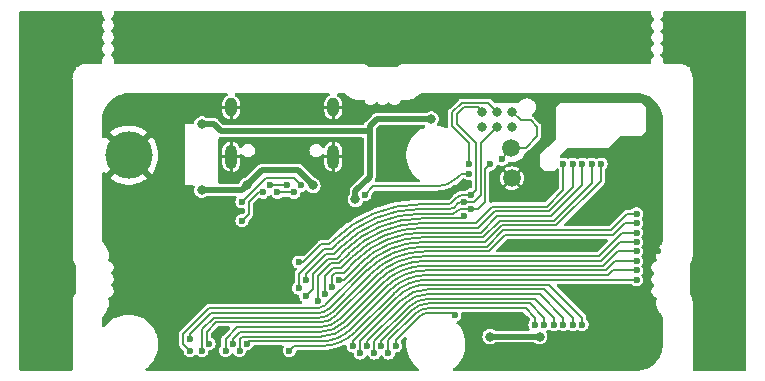
<source format=gtl>
G04 #@! TF.GenerationSoftware,KiCad,Pcbnew,(6.0.4-0)*
G04 #@! TF.CreationDate,2022-04-22T14:06:04+09:00*
G04 #@! TF.ProjectId,mcupcb,6d637570-6362-42e6-9b69-6361645f7063,rev?*
G04 #@! TF.SameCoordinates,Original*
G04 #@! TF.FileFunction,Copper,L1,Top*
G04 #@! TF.FilePolarity,Positive*
%FSLAX46Y46*%
G04 Gerber Fmt 4.6, Leading zero omitted, Abs format (unit mm)*
G04 Created by KiCad (PCBNEW (6.0.4-0)) date 2022-04-22 14:06:04*
%MOMM*%
%LPD*%
G01*
G04 APERTURE LIST*
G04 #@! TA.AperFunction,SMDPad,CuDef*
%ADD10C,1.500000*%
G04 #@! TD*
G04 #@! TA.AperFunction,ComponentPad*
%ADD11O,1.000000X2.100000*%
G04 #@! TD*
G04 #@! TA.AperFunction,ComponentPad*
%ADD12O,1.000000X1.600000*%
G04 #@! TD*
G04 #@! TA.AperFunction,ComponentPad*
%ADD13C,4.000000*%
G04 #@! TD*
G04 #@! TA.AperFunction,ComponentPad*
%ADD14C,0.800000*%
G04 #@! TD*
G04 #@! TA.AperFunction,ViaPad*
%ADD15C,0.600000*%
G04 #@! TD*
G04 #@! TA.AperFunction,ViaPad*
%ADD16C,0.800000*%
G04 #@! TD*
G04 #@! TA.AperFunction,Conductor*
%ADD17C,0.200000*%
G04 #@! TD*
G04 #@! TA.AperFunction,Conductor*
%ADD18C,0.500000*%
G04 #@! TD*
G04 APERTURE END LIST*
D10*
X219450000Y-155200000D03*
X219400000Y-152600000D03*
D11*
X195680000Y-153379999D03*
X204320000Y-153379999D03*
D12*
X195680000Y-149199999D03*
X204320000Y-149199999D03*
D13*
X187000000Y-153250000D03*
D14*
X216930000Y-149565000D03*
X216930000Y-150835000D03*
X218200000Y-149565000D03*
X218200000Y-150835000D03*
X219470000Y-149565000D03*
X219470000Y-150835000D03*
D15*
X217800000Y-167000000D03*
X208200000Y-153000000D03*
X223800000Y-170200000D03*
D16*
X196200000Y-155000000D03*
D15*
X199800000Y-158800000D03*
X221600000Y-156400000D03*
X186800000Y-149000000D03*
X199000000Y-157000000D03*
X201300000Y-152500000D03*
X224600000Y-164600000D03*
X222400000Y-151400000D03*
X231200000Y-170200000D03*
X223000000Y-160900000D03*
X201250000Y-159750000D03*
X208200000Y-151200000D03*
X191600000Y-161000000D03*
X189800000Y-149000000D03*
X222400000Y-156400000D03*
X231300000Y-151400000D03*
X201300000Y-149000000D03*
X185800000Y-150000000D03*
D16*
X203600000Y-155250000D03*
D15*
X231800000Y-158200000D03*
X224200000Y-153100000D03*
X191000000Y-157000000D03*
X185800000Y-161000000D03*
X219800000Y-167600000D03*
X198800000Y-149000000D03*
X210200000Y-170200000D03*
X226200000Y-167600000D03*
X224600000Y-160900000D03*
X194400000Y-168400000D03*
X231800000Y-159800000D03*
X229400000Y-152000000D03*
X224600000Y-158900000D03*
X225400000Y-170200000D03*
X193800000Y-149000000D03*
X231300000Y-150000000D03*
X205500000Y-157800000D03*
X219000000Y-156800000D03*
X225400000Y-164600000D03*
X219200000Y-160900000D03*
X229200000Y-148400000D03*
X197600000Y-169800000D03*
X194400000Y-165400000D03*
X185800000Y-157000000D03*
X227400000Y-153100000D03*
X226200000Y-160900000D03*
X205200000Y-169800000D03*
X222400000Y-150000000D03*
X208200000Y-154600000D03*
X231800000Y-161400000D03*
X215600000Y-155700000D03*
X227000000Y-156500000D03*
X226200000Y-158900000D03*
X218000000Y-155600000D03*
X204600000Y-158800000D03*
X228200000Y-167000000D03*
X189800000Y-170500000D03*
X228200000Y-165800000D03*
X203500000Y-159700000D03*
X191600000Y-166400000D03*
X194400000Y-164000000D03*
X210200000Y-153000000D03*
X221000000Y-160900000D03*
X200800000Y-158800000D03*
X222400000Y-148400000D03*
X212600000Y-149200000D03*
X226200000Y-164600000D03*
X206600000Y-154600000D03*
X210500000Y-156600000D03*
X226400000Y-157100000D03*
X219800000Y-156800000D03*
X225800000Y-153100000D03*
X224800000Y-148400000D03*
X206600000Y-153000000D03*
X199000000Y-158000000D03*
X227000000Y-148400000D03*
X198800000Y-152500000D03*
X199800000Y-169800000D03*
X209600000Y-155200000D03*
X208000000Y-156600000D03*
X208000000Y-157200000D03*
X197200000Y-164000000D03*
X216000000Y-170200000D03*
X230000000Y-164600000D03*
X197200000Y-165400000D03*
X194400000Y-170200000D03*
X210200000Y-151200000D03*
X205500000Y-158400000D03*
X231800000Y-156600000D03*
X216600000Y-167000000D03*
X213750000Y-156600000D03*
X196750000Y-159750000D03*
X205500000Y-148500000D03*
X218612500Y-153587500D03*
X215400000Y-157200000D03*
X201400000Y-164500000D03*
X201400000Y-162300000D03*
X216000000Y-156600000D03*
X199000000Y-155800000D03*
X200400000Y-155800000D03*
X201000000Y-156400000D03*
X199600000Y-156400000D03*
D16*
X197000000Y-155800000D03*
X193200000Y-156200000D03*
X202600000Y-155800000D03*
D15*
X207004539Y-156597730D03*
X215800000Y-154800000D03*
X203600000Y-165000000D03*
X224600000Y-154000000D03*
D16*
X193200000Y-150600000D03*
X217600000Y-168600000D03*
X221800000Y-168600000D03*
X206200000Y-157000000D03*
X212600000Y-150200000D03*
D15*
X201600000Y-155800000D03*
X196600000Y-157200000D03*
X221400000Y-167600000D03*
X209000000Y-170000000D03*
X208400000Y-169400000D03*
X222200000Y-167600000D03*
X207800000Y-170000000D03*
X223000000Y-167600000D03*
X223800000Y-167600000D03*
X207200000Y-169400000D03*
X224600000Y-167600000D03*
X206600000Y-170000000D03*
X225400000Y-167600000D03*
X206000000Y-169400000D03*
X230000000Y-163800000D03*
X200600000Y-169800000D03*
X230000000Y-163000000D03*
X197000000Y-169200000D03*
X230000000Y-162200000D03*
X196400000Y-169800000D03*
X195800000Y-169200000D03*
X230000000Y-161400000D03*
X230000000Y-160600000D03*
X195200000Y-169800000D03*
X230000000Y-159800000D03*
X193800000Y-169200000D03*
X230000000Y-159000000D03*
X193200000Y-169800000D03*
X230000000Y-158200000D03*
X192200000Y-168800000D03*
X192200000Y-169800000D03*
X227000000Y-154000000D03*
X204800000Y-163800000D03*
X226200000Y-154000000D03*
X204200000Y-164400000D03*
X225400000Y-154000000D03*
X223800000Y-153999503D03*
X203000000Y-165600000D03*
X202000000Y-163800000D03*
X215800000Y-154000000D03*
X215976089Y-157823911D03*
X217600000Y-154000000D03*
X202000000Y-165200000D03*
X215400000Y-158400000D03*
X214600000Y-166800000D03*
X209600000Y-169400000D03*
X198400000Y-156400000D03*
X196600000Y-158800000D03*
D17*
X221059379Y-150300000D02*
X220205000Y-150300000D01*
X220600000Y-152600000D02*
X221600000Y-151600000D01*
X220205000Y-150300000D02*
X219470000Y-149565000D01*
X219400000Y-152600000D02*
X218612500Y-153587500D01*
X221600000Y-150840621D02*
X221059379Y-150300000D01*
X219400000Y-152600000D02*
X220600000Y-152600000D01*
X221600000Y-151600000D02*
X221600000Y-150840621D01*
X216800000Y-153800000D02*
X216800489Y-153799511D01*
X214517158Y-157682842D02*
X214882843Y-157317157D01*
X203500000Y-161200000D02*
X204200000Y-161200000D01*
X216800000Y-154000000D02*
X216800000Y-153800000D01*
X201400000Y-163300000D02*
X203500000Y-161200000D01*
X216800000Y-154000000D02*
X216800000Y-152235000D01*
X201400000Y-164500000D02*
X201400000Y-163300000D01*
X216247838Y-157200000D02*
X216800000Y-156647838D01*
X204200000Y-161200000D02*
X204671068Y-160728932D01*
X216800000Y-156647838D02*
X216800000Y-154000000D01*
X216800000Y-152235000D02*
X218200000Y-150835000D01*
X215400000Y-157200000D02*
X216247838Y-157200000D01*
X215165685Y-157200000D02*
X215400000Y-157200000D01*
X211742136Y-157800000D02*
X214234315Y-157800000D01*
X214234315Y-157800010D02*
G75*
G03*
X214517158Y-157682842I-15J400010D01*
G01*
X211742136Y-157800026D02*
G75*
G03*
X204671069Y-160728933I-36J-9999974D01*
G01*
X214882850Y-157317164D02*
G75*
G02*
X215165685Y-157200000I282850J-282836D01*
G01*
X204000000Y-160800000D02*
X204353911Y-160446089D01*
X214800000Y-149800000D02*
X215400000Y-149200000D01*
X215414214Y-156600000D02*
X216000000Y-156600000D01*
X201800000Y-162300000D02*
X203300000Y-160800000D01*
X215400000Y-149200000D02*
X216565000Y-149200000D01*
X216400000Y-156200000D02*
X216400000Y-152200000D01*
X201400000Y-162300000D02*
X201800000Y-162300000D01*
X214317158Y-157282842D02*
X214707107Y-156892893D01*
X216565000Y-149200000D02*
X216930000Y-149565000D01*
X203300000Y-160800000D02*
X204000000Y-160800000D01*
X214800000Y-150600000D02*
X214800000Y-149800000D01*
X211707821Y-157400000D02*
X214034315Y-157400000D01*
X216400000Y-152200000D02*
X214800000Y-150600000D01*
X216000000Y-156600000D02*
X216400000Y-156200000D01*
X214317151Y-157282835D02*
G75*
G02*
X214034315Y-157400000I-282851J282835D01*
G01*
X214707100Y-156892886D02*
G75*
G02*
X215414214Y-156600000I707100J-707114D01*
G01*
X204353900Y-160446078D02*
G75*
G02*
X211707821Y-157400000I7353900J-7353922D01*
G01*
X200400000Y-155800000D02*
X199000000Y-155800000D01*
X201000000Y-156400000D02*
X199600000Y-156400000D01*
D18*
X193200000Y-156200000D02*
X193200489Y-156199511D01*
X202600000Y-155800000D02*
X202600000Y-155740030D01*
X198300000Y-154500000D02*
X197000000Y-155800000D01*
X201359970Y-154500000D02*
X198300000Y-154500000D01*
X193200489Y-156199511D02*
X196600489Y-156199511D01*
X196600489Y-156199511D02*
X197000000Y-155800000D01*
X202600000Y-155740030D02*
X201359970Y-154500000D01*
D17*
X214876461Y-155121205D02*
X215080508Y-154917158D01*
X215363351Y-154800000D02*
X215800000Y-154800000D01*
X207004539Y-156597730D02*
X207704897Y-155897372D01*
X207704897Y-155897372D02*
X213002628Y-155897372D01*
X214876441Y-155121185D02*
G75*
G02*
X213002628Y-155897372I-1873841J1873785D01*
G01*
X215363351Y-154800037D02*
G75*
G03*
X215080508Y-154917158I-51J-399963D01*
G01*
X224600000Y-155965006D02*
X224600000Y-154000000D01*
X204300000Y-162800000D02*
X205000000Y-162800000D01*
X222565006Y-158000000D02*
X224600000Y-155965006D01*
X203600000Y-165000000D02*
X203600000Y-163500000D01*
X203600000Y-163500000D02*
X204300000Y-162800000D01*
X216600000Y-159400000D02*
X218000000Y-158000000D01*
X205000000Y-162800000D02*
X205939697Y-161860303D01*
X211879394Y-159400000D02*
X216600000Y-159400000D01*
X218000000Y-158000000D02*
X222565006Y-158000000D01*
X211879394Y-159399996D02*
G75*
G03*
X205939697Y-161860303I6J-8400004D01*
G01*
D18*
X194835000Y-151235000D02*
X207365000Y-151235000D01*
X207400000Y-150800000D02*
X208000000Y-150200000D01*
X194200000Y-150600000D02*
X194835000Y-151235000D01*
X207365000Y-151235000D02*
X207400000Y-151200000D01*
X206200000Y-156300000D02*
X207400000Y-155100000D01*
X221800000Y-168600000D02*
X217600000Y-168600000D01*
X207400000Y-151200000D02*
X207400000Y-150800000D01*
X206200000Y-157000000D02*
X206200000Y-156300000D01*
X208000000Y-150200000D02*
X212600000Y-150200000D01*
X193200000Y-150600000D02*
X194200000Y-150600000D01*
X207400000Y-155100000D02*
X207400000Y-151200000D01*
D17*
X197000000Y-156800000D02*
X196600000Y-157200000D01*
X198600000Y-155200000D02*
X201000000Y-155200000D01*
X201000000Y-155200000D02*
X201600000Y-155800000D01*
X197000000Y-156800000D02*
X198600000Y-155200000D01*
X221400000Y-167600000D02*
X221400000Y-167000000D01*
X220600000Y-166200000D02*
X212392754Y-166200000D01*
X211261383Y-166668629D02*
X209000000Y-168930012D01*
X209000000Y-168930012D02*
X209000000Y-170000000D01*
X221400000Y-167000000D02*
X220600000Y-166200000D01*
X211261406Y-166668652D02*
G75*
G02*
X212392754Y-166200000I1131394J-1131348D01*
G01*
X212393433Y-165800000D02*
X221000000Y-165800000D01*
X222200000Y-167000000D02*
X222200000Y-167600000D01*
X208400000Y-168965006D02*
X210979220Y-166385786D01*
X221000000Y-165800000D02*
X222200000Y-167000000D01*
X208400000Y-169400000D02*
X208400000Y-168965006D01*
X212393433Y-165800024D02*
G75*
G03*
X210979220Y-166385786I-33J-1999976D01*
G01*
X223000000Y-167000000D02*
X221400000Y-165400000D01*
X210697056Y-166102944D02*
X207800000Y-169000000D01*
X207800000Y-169000000D02*
X207800000Y-170000000D01*
X221400000Y-165400000D02*
X212394113Y-165400000D01*
X223000000Y-167600000D02*
X223000000Y-167000000D01*
X210697050Y-166102938D02*
G75*
G02*
X212394113Y-165400000I1697050J-1697062D01*
G01*
X221800000Y-165000000D02*
X212359798Y-165000000D01*
X223800000Y-167000000D02*
X221800000Y-165000000D01*
X223800000Y-167600000D02*
X223800000Y-167000000D01*
X207200000Y-169000000D02*
X207200000Y-169400000D01*
X210379899Y-165820101D02*
X207200000Y-169000000D01*
X210379900Y-165820102D02*
G75*
G02*
X212359798Y-165000000I1979900J-1979898D01*
G01*
X222200000Y-164600000D02*
X224600000Y-167000000D01*
X206600000Y-169000000D02*
X210062742Y-165537258D01*
X206600000Y-170000000D02*
X206600000Y-169000000D01*
X212325483Y-164600000D02*
X222200000Y-164600000D01*
X224600000Y-167000000D02*
X224600000Y-167600000D01*
X212325483Y-164599989D02*
G75*
G03*
X210062743Y-165537259I17J-3200011D01*
G01*
X225400000Y-167000000D02*
X222600000Y-164200000D01*
X225400000Y-167600000D02*
X225400000Y-167000000D01*
X222600000Y-164200000D02*
X212291169Y-164200000D01*
X209745585Y-165254415D02*
X206000000Y-169000000D01*
X206000000Y-169000000D02*
X206000000Y-169400000D01*
X209745601Y-165254431D02*
G75*
G02*
X212291169Y-164200000I2545599J-2545569D01*
G01*
X212256854Y-163800000D02*
X230000000Y-163800000D01*
X201000000Y-169400000D02*
X203343146Y-169400000D01*
X200600000Y-169800000D02*
X201000000Y-169400000D01*
X206171573Y-168228427D02*
X209428427Y-164971573D01*
X209428450Y-164971596D02*
G75*
G02*
X212256854Y-163800000I2828450J-2828404D01*
G01*
X206171550Y-168228404D02*
G75*
G02*
X203343146Y-169400000I-2828450J2828404D01*
G01*
X227600000Y-163400000D02*
X212222540Y-163400000D01*
X230000000Y-163000000D02*
X228000000Y-163000000D01*
X209111270Y-164688730D02*
X205854415Y-167945585D01*
X197200000Y-169000000D02*
X197000000Y-169200000D01*
X228000000Y-163000000D02*
X227600000Y-163400000D01*
X203308831Y-169000000D02*
X197200000Y-169000000D01*
X205854399Y-167945569D02*
G75*
G02*
X203308831Y-169000000I-2545599J2545569D01*
G01*
X212222540Y-163400029D02*
G75*
G03*
X209111271Y-164688731I-40J-4399971D01*
G01*
X228200000Y-162200000D02*
X227400000Y-163000000D01*
X208794112Y-164405888D02*
X205537258Y-167662742D01*
X230000000Y-162200000D02*
X228200000Y-162200000D01*
X196600000Y-168600000D02*
X196400000Y-168800000D01*
X203274517Y-168600000D02*
X196600000Y-168600000D01*
X227400000Y-163000000D02*
X212188225Y-163000000D01*
X196400000Y-168800000D02*
X196400000Y-169800000D01*
X212188225Y-163000018D02*
G75*
G03*
X208794112Y-164405888I-25J-4799982D01*
G01*
X203274517Y-168600011D02*
G75*
G03*
X205537257Y-167662741I-17J3200011D01*
G01*
X230000000Y-161400000D02*
X228400000Y-161400000D01*
X195800000Y-168800000D02*
X195800000Y-169200000D01*
X208476955Y-164123045D02*
X205220101Y-167379899D01*
X196400000Y-168200000D02*
X195800000Y-168800000D01*
X228400000Y-161400000D02*
X227200000Y-162600000D01*
X203240202Y-168200000D02*
X196400000Y-168200000D01*
X227200000Y-162600000D02*
X212153911Y-162600000D01*
X205220100Y-167379898D02*
G75*
G02*
X203240202Y-168200000I-1979900J1979898D01*
G01*
X208476950Y-164123040D02*
G75*
G02*
X212153911Y-162600000I3676950J-3676960D01*
G01*
X203205887Y-167800000D02*
X196200000Y-167800000D01*
X230000000Y-160600000D02*
X228600000Y-160600000D01*
X208159798Y-163840202D02*
X204902943Y-167097057D01*
X227000000Y-162200000D02*
X212119596Y-162200000D01*
X228600000Y-160600000D02*
X227000000Y-162200000D01*
X195200000Y-168800000D02*
X195200000Y-169800000D01*
X196200000Y-167800000D02*
X195200000Y-168800000D01*
X203205887Y-167799991D02*
G75*
G03*
X204902943Y-167097057I13J2399991D01*
G01*
X208159800Y-163840204D02*
G75*
G02*
X212119596Y-162200000I3959800J-3959796D01*
G01*
X228800000Y-159800000D02*
X230000000Y-159800000D01*
X204585787Y-166814213D02*
X207842641Y-163557359D01*
X194400000Y-167400000D02*
X203171573Y-167400000D01*
X226800000Y-161800000D02*
X228800000Y-159800000D01*
X193800000Y-169200000D02*
X193600000Y-169000000D01*
X212085281Y-161800000D02*
X226800000Y-161800000D01*
X193600000Y-169000000D02*
X193600000Y-168200000D01*
X193600000Y-168200000D02*
X194400000Y-167400000D01*
X204585801Y-166814227D02*
G75*
G02*
X203171573Y-167400000I-1414201J1414227D01*
G01*
X207842650Y-163557368D02*
G75*
G02*
X212085281Y-161800000I4242650J-4242632D01*
G01*
X193200000Y-169800000D02*
X193200000Y-168000000D01*
X218900000Y-160000000D02*
X228000000Y-160000000D01*
X193200000Y-168000000D02*
X194200000Y-167000000D01*
X204268629Y-166531371D02*
X207525484Y-163274516D01*
X229000000Y-159000000D02*
X230000000Y-159000000D01*
X217500000Y-161400000D02*
X218900000Y-160000000D01*
X194200000Y-167000000D02*
X203137258Y-167000000D01*
X212050967Y-161400000D02*
X217500000Y-161400000D01*
X228000000Y-160000000D02*
X229000000Y-159000000D01*
X207525501Y-163274533D02*
G75*
G02*
X212050967Y-161400000I4525499J-4525467D01*
G01*
X204268650Y-166531392D02*
G75*
G02*
X203137258Y-167000000I-1131350J1131392D01*
G01*
X203951472Y-166248528D02*
X207208326Y-162991674D01*
X212016652Y-161000000D02*
X217334994Y-161000000D01*
X227800000Y-159600000D02*
X229200000Y-158200000D01*
X192200000Y-168400000D02*
X194000000Y-166600000D01*
X229200000Y-158200000D02*
X230000000Y-158200000D01*
X218734994Y-159600000D02*
X227800000Y-159600000D01*
X217334994Y-161000000D02*
X218734994Y-159600000D01*
X194000000Y-166600000D02*
X203102944Y-166600000D01*
X192200000Y-168800000D02*
X192200000Y-168400000D01*
X207208350Y-162991698D02*
G75*
G02*
X212016652Y-161000000I4808350J-4808302D01*
G01*
X203951450Y-166248506D02*
G75*
G02*
X203102944Y-166600000I-848550J848506D01*
G01*
X218569988Y-159200000D02*
X223200000Y-159200000D01*
X223200000Y-159200000D02*
X227000000Y-155400000D01*
X211982338Y-160600000D02*
X217169988Y-160600000D01*
X191600489Y-168399511D02*
X193800000Y-166200000D01*
X217169988Y-160600000D02*
X218569988Y-159200000D01*
X227000000Y-155400000D02*
X227000000Y-154000000D01*
X192200000Y-169800000D02*
X191600489Y-169200489D01*
X193800000Y-166200000D02*
X203068629Y-166200000D01*
X203634315Y-165965685D02*
X206891169Y-162708831D01*
X191600489Y-169200489D02*
X191600489Y-168399511D01*
X203068629Y-166200020D02*
G75*
G03*
X203634315Y-165965685I-29J800020D01*
G01*
X211982338Y-160600027D02*
G75*
G03*
X206891169Y-162708831I-38J-7199973D01*
G01*
X204800000Y-163800000D02*
X205200000Y-163800000D01*
X217000000Y-160200000D02*
X218400000Y-158800000D01*
X205200000Y-163800000D02*
X206574012Y-162425988D01*
X223000000Y-158800000D02*
X226200000Y-155600000D01*
X226200000Y-155600000D02*
X226200000Y-154000000D01*
X211948023Y-160200000D02*
X217000000Y-160200000D01*
X218400000Y-158800000D02*
X223000000Y-158800000D01*
X206574000Y-162425976D02*
G75*
G02*
X211948023Y-160200000I5374000J-5374024D01*
G01*
X204200000Y-164400000D02*
X204200000Y-163500000D01*
X225400000Y-155800000D02*
X225400000Y-154000000D01*
X211913708Y-159800000D02*
X216800000Y-159800000D01*
X204200000Y-163500000D02*
X204500000Y-163200000D01*
X204500000Y-163200000D02*
X205200000Y-163200000D01*
X216800000Y-159800000D02*
X218200000Y-158400000D01*
X222800000Y-158400000D02*
X225400000Y-155800000D01*
X205200000Y-163200000D02*
X206256854Y-162143146D01*
X218200000Y-158400000D02*
X222800000Y-158400000D01*
X211913708Y-159800007D02*
G75*
G03*
X206256855Y-162143147I-8J-7999993D01*
G01*
X204800000Y-162400000D02*
X205622540Y-161577460D01*
X217800000Y-157600000D02*
X222400000Y-157600000D01*
X211845079Y-159000000D02*
X216400000Y-159000000D01*
X203000000Y-165600000D02*
X203000000Y-163500000D01*
X203000000Y-163500000D02*
X204100000Y-162400000D01*
X216400000Y-159000000D02*
X217800000Y-157600000D01*
X223800000Y-156200000D02*
X223800000Y-153999503D01*
X204100000Y-162400000D02*
X204800000Y-162400000D01*
X222400000Y-157600000D02*
X223800000Y-156200000D01*
X205622550Y-161577470D02*
G75*
G02*
X211845079Y-159000000I6222550J-6222530D01*
G01*
X217600000Y-154000000D02*
X217200000Y-154400000D01*
X202000000Y-163800000D02*
X202000000Y-163300000D01*
X214717158Y-158082842D02*
X214882354Y-157917646D01*
X211793947Y-158200000D02*
X214434315Y-158200000D01*
X215165196Y-157800489D02*
X215952667Y-157800489D01*
X217200000Y-157200000D02*
X216576089Y-157823911D01*
X217435000Y-148800000D02*
X218200000Y-149565000D01*
X202000000Y-163300000D02*
X203700000Y-161600000D01*
X214400000Y-150800000D02*
X214400000Y-149600000D01*
X215800000Y-152200000D02*
X214400000Y-150800000D01*
X215800000Y-154000000D02*
X215800000Y-152200000D01*
X204417497Y-161600000D02*
X205005722Y-161011775D01*
X216576089Y-157823911D02*
X215976089Y-157823911D01*
X217200000Y-154400000D02*
X217200000Y-157200000D01*
X214400000Y-149600000D02*
X215200000Y-148800000D01*
X203700000Y-161600000D02*
X204417497Y-161600000D01*
X215200000Y-148800000D02*
X217435000Y-148800000D01*
X215952667Y-157800489D02*
X215976089Y-157823911D01*
X214717151Y-158082835D02*
G75*
G02*
X214434315Y-158200000I-282851J282835D01*
G01*
X211793947Y-158200034D02*
G75*
G03*
X205005722Y-161011775I-47J-9599966D01*
G01*
X214882354Y-157917646D02*
G75*
G02*
X215165196Y-157800489I282846J-282854D01*
G01*
X202600000Y-164600000D02*
X202000000Y-165200000D01*
X215200000Y-158600000D02*
X211810765Y-158600000D01*
X215400000Y-158400000D02*
X215200000Y-158600000D01*
X205305383Y-161294617D02*
X204600000Y-162000000D01*
X202600000Y-163301073D02*
X202600000Y-164600000D01*
X203901073Y-162000000D02*
X202600000Y-163301073D01*
X204600000Y-162000000D02*
X203901073Y-162000000D01*
X205305401Y-161294635D02*
G75*
G02*
X211810765Y-158600000I6505399J-6505365D01*
G01*
X214000000Y-166600000D02*
X214400000Y-166600000D01*
X211543546Y-166951472D02*
X209600000Y-168895018D01*
X209600000Y-168895018D02*
X209600000Y-169400000D01*
X214000000Y-166600000D02*
X212392074Y-166600000D01*
X214400000Y-166600000D02*
X214600000Y-166800000D01*
X211543559Y-166951485D02*
G75*
G02*
X212392074Y-166600000I848541J-848515D01*
G01*
X197200000Y-157200000D02*
X197200000Y-158200000D01*
X197200000Y-158200000D02*
X196600000Y-158800000D01*
X198000000Y-156400000D02*
X197200000Y-157200000D01*
X198400000Y-156400000D02*
X198000000Y-156400000D01*
G04 #@! TA.AperFunction,NonConductor*
G36*
X231201097Y-141020502D02*
G01*
X231247590Y-141074158D01*
X231257694Y-141144432D01*
X231253694Y-141162597D01*
X231249907Y-141175261D01*
X231249031Y-141318624D01*
X231288428Y-141456471D01*
X231364930Y-141577720D01*
X231371658Y-141583662D01*
X231371659Y-141583663D01*
X231453454Y-141655901D01*
X231491273Y-141715987D01*
X231490603Y-141786980D01*
X231452295Y-141845796D01*
X231375763Y-141911740D01*
X231375760Y-141911743D01*
X231368963Y-141917600D01*
X231290985Y-142037905D01*
X231249907Y-142175261D01*
X231249031Y-142318624D01*
X231288428Y-142456471D01*
X231364930Y-142577720D01*
X231371658Y-142583662D01*
X231371659Y-142583663D01*
X231453454Y-142655901D01*
X231491273Y-142715987D01*
X231490603Y-142786980D01*
X231452295Y-142845796D01*
X231375763Y-142911740D01*
X231375760Y-142911743D01*
X231368963Y-142917600D01*
X231290985Y-143037905D01*
X231249907Y-143175261D01*
X231249031Y-143318624D01*
X231288428Y-143456471D01*
X231364930Y-143577720D01*
X231371658Y-143583662D01*
X231371659Y-143583663D01*
X231453454Y-143655901D01*
X231491273Y-143715987D01*
X231490603Y-143786980D01*
X231452295Y-143845796D01*
X231375763Y-143911740D01*
X231375760Y-143911743D01*
X231368963Y-143917600D01*
X231290985Y-144037905D01*
X231249907Y-144175261D01*
X231249031Y-144318624D01*
X231288428Y-144456471D01*
X231364930Y-144577720D01*
X231371658Y-144583662D01*
X231371659Y-144583663D01*
X231453454Y-144655901D01*
X231491273Y-144715987D01*
X231490603Y-144786980D01*
X231452295Y-144845796D01*
X231375763Y-144911740D01*
X231375760Y-144911743D01*
X231368963Y-144917600D01*
X231290985Y-145037905D01*
X231249907Y-145175261D01*
X231249031Y-145318624D01*
X231254819Y-145338876D01*
X231254307Y-145409869D01*
X231215494Y-145469317D01*
X231150702Y-145498344D01*
X231133670Y-145499500D01*
X211852580Y-145499501D01*
X210537085Y-145499501D01*
X210512504Y-145497080D01*
X210512174Y-145497014D01*
X210512171Y-145497014D01*
X210500000Y-145494593D01*
X210491349Y-145496314D01*
X210303774Y-145511076D01*
X210298967Y-145512230D01*
X210298961Y-145512231D01*
X210179531Y-145540904D01*
X210112379Y-145557026D01*
X210107808Y-145558919D01*
X210107806Y-145558920D01*
X209935103Y-145630456D01*
X209935099Y-145630458D01*
X209930529Y-145632351D01*
X209768844Y-145731432D01*
X209768842Y-145731433D01*
X209703007Y-145750000D01*
X207296991Y-145750000D01*
X207231156Y-145731433D01*
X207073691Y-145634938D01*
X207073689Y-145634937D01*
X207069471Y-145632352D01*
X207064901Y-145630459D01*
X207064897Y-145630457D01*
X206892194Y-145558921D01*
X206892192Y-145558920D01*
X206887621Y-145557027D01*
X206820469Y-145540905D01*
X206701039Y-145512232D01*
X206701033Y-145512231D01*
X206696226Y-145511077D01*
X206622442Y-145505270D01*
X206517534Y-145497013D01*
X206517528Y-145497013D01*
X206508659Y-145496315D01*
X206500000Y-145494593D01*
X206487829Y-145497014D01*
X206487496Y-145497080D01*
X206462915Y-145499501D01*
X205149810Y-145499501D01*
X185867024Y-145499500D01*
X185798903Y-145479498D01*
X185752410Y-145425842D01*
X185742306Y-145355568D01*
X185746307Y-145337397D01*
X185747521Y-145333339D01*
X185750093Y-145324739D01*
X185750969Y-145181376D01*
X185711572Y-145043529D01*
X185635070Y-144922280D01*
X185546546Y-144844099D01*
X185508727Y-144784013D01*
X185509397Y-144713020D01*
X185547705Y-144654204D01*
X185624237Y-144588260D01*
X185624240Y-144588257D01*
X185631037Y-144582400D01*
X185709015Y-144462095D01*
X185750093Y-144324739D01*
X185750969Y-144181376D01*
X185711572Y-144043529D01*
X185635070Y-143922280D01*
X185546546Y-143844099D01*
X185508727Y-143784013D01*
X185509397Y-143713020D01*
X185547705Y-143654204D01*
X185624237Y-143588260D01*
X185624240Y-143588257D01*
X185631037Y-143582400D01*
X185709015Y-143462095D01*
X185750093Y-143324739D01*
X185750969Y-143181376D01*
X185711572Y-143043529D01*
X185635070Y-142922280D01*
X185546546Y-142844099D01*
X185508727Y-142784013D01*
X185509397Y-142713020D01*
X185547705Y-142654204D01*
X185624237Y-142588260D01*
X185624240Y-142588257D01*
X185631037Y-142582400D01*
X185709015Y-142462095D01*
X185750093Y-142324739D01*
X185750969Y-142181376D01*
X185711572Y-142043529D01*
X185635070Y-141922280D01*
X185546546Y-141844099D01*
X185508727Y-141784013D01*
X185509397Y-141713020D01*
X185547705Y-141654204D01*
X185624237Y-141588260D01*
X185624240Y-141588257D01*
X185631037Y-141582400D01*
X185709015Y-141462095D01*
X185750093Y-141324739D01*
X185750969Y-141181376D01*
X185745181Y-141161124D01*
X185745693Y-141090131D01*
X185784506Y-141030683D01*
X185849298Y-141001656D01*
X185866330Y-141000500D01*
X231132976Y-141000500D01*
X231201097Y-141020502D01*
G37*
G04 #@! TD.AperFunction*
G04 #@! TA.AperFunction,NonConductor*
G36*
X184701097Y-141020502D02*
G01*
X184747590Y-141074158D01*
X184757694Y-141144432D01*
X184753694Y-141162597D01*
X184749907Y-141175261D01*
X184749031Y-141318624D01*
X184788428Y-141456471D01*
X184864930Y-141577720D01*
X184871658Y-141583662D01*
X184871659Y-141583663D01*
X184953454Y-141655901D01*
X184991273Y-141715987D01*
X184990603Y-141786980D01*
X184952295Y-141845796D01*
X184875763Y-141911740D01*
X184875760Y-141911743D01*
X184868963Y-141917600D01*
X184790985Y-142037905D01*
X184749907Y-142175261D01*
X184749031Y-142318624D01*
X184788428Y-142456471D01*
X184864930Y-142577720D01*
X184871658Y-142583662D01*
X184871659Y-142583663D01*
X184953454Y-142655901D01*
X184991273Y-142715987D01*
X184990603Y-142786980D01*
X184952295Y-142845796D01*
X184875763Y-142911740D01*
X184875760Y-142911743D01*
X184868963Y-142917600D01*
X184790985Y-143037905D01*
X184749907Y-143175261D01*
X184749031Y-143318624D01*
X184788428Y-143456471D01*
X184864930Y-143577720D01*
X184871658Y-143583662D01*
X184871659Y-143583663D01*
X184953454Y-143655901D01*
X184991273Y-143715987D01*
X184990603Y-143786980D01*
X184952295Y-143845796D01*
X184875763Y-143911740D01*
X184875760Y-143911743D01*
X184868963Y-143917600D01*
X184790985Y-144037905D01*
X184749907Y-144175261D01*
X184749031Y-144318624D01*
X184788428Y-144456471D01*
X184864930Y-144577720D01*
X184871658Y-144583662D01*
X184871659Y-144583663D01*
X184953454Y-144655901D01*
X184991273Y-144715987D01*
X184990603Y-144786980D01*
X184952295Y-144845796D01*
X184875763Y-144911740D01*
X184875760Y-144911743D01*
X184868963Y-144917600D01*
X184790985Y-145037905D01*
X184749907Y-145175261D01*
X184749031Y-145318624D01*
X184754819Y-145338876D01*
X184754307Y-145409869D01*
X184715494Y-145469317D01*
X184650702Y-145498344D01*
X184633670Y-145499500D01*
X183537085Y-145499500D01*
X183512504Y-145497079D01*
X183512171Y-145497013D01*
X183500000Y-145494592D01*
X183491341Y-145496314D01*
X183482472Y-145497012D01*
X183482466Y-145497012D01*
X183377558Y-145505269D01*
X183303774Y-145511076D01*
X183298967Y-145512230D01*
X183298961Y-145512231D01*
X183179531Y-145540904D01*
X183112379Y-145557026D01*
X183107808Y-145558919D01*
X183107806Y-145558920D01*
X182935103Y-145630456D01*
X182935099Y-145630458D01*
X182930529Y-145632351D01*
X182926310Y-145634936D01*
X182926299Y-145634942D01*
X182768843Y-145731432D01*
X182703008Y-145750000D01*
X182500000Y-145750000D01*
X182500000Y-145953008D01*
X182481432Y-146018843D01*
X182384942Y-146176299D01*
X182384936Y-146176310D01*
X182382351Y-146180529D01*
X182380458Y-146185099D01*
X182380456Y-146185103D01*
X182318946Y-146333601D01*
X182307026Y-146362379D01*
X182305871Y-146367191D01*
X182262231Y-146548961D01*
X182262230Y-146548967D01*
X182261076Y-146553774D01*
X182246314Y-146741341D01*
X182244592Y-146750000D01*
X182247013Y-146762171D01*
X182247079Y-146762504D01*
X182249500Y-146787085D01*
X182249500Y-161712916D01*
X182247079Y-161737497D01*
X182247013Y-161737827D01*
X182247013Y-161737829D01*
X182244592Y-161750001D01*
X182246315Y-161758661D01*
X182261077Y-161946227D01*
X182262231Y-161951034D01*
X182262232Y-161951040D01*
X182291387Y-162072480D01*
X182307026Y-162137622D01*
X182308919Y-162142193D01*
X182308920Y-162142195D01*
X182332864Y-162200000D01*
X182382351Y-162319471D01*
X182442485Y-162417600D01*
X182481433Y-162481158D01*
X182500000Y-162546993D01*
X182500000Y-164953008D01*
X182481432Y-165018843D01*
X182384942Y-165176299D01*
X182384936Y-165176310D01*
X182382351Y-165180529D01*
X182380458Y-165185099D01*
X182380456Y-165185103D01*
X182314759Y-165343709D01*
X182307026Y-165362379D01*
X182290904Y-165429531D01*
X182262231Y-165548961D01*
X182262230Y-165548967D01*
X182261076Y-165553774D01*
X182257140Y-165603781D01*
X182251329Y-165677625D01*
X182246314Y-165741341D01*
X182244592Y-165750000D01*
X182247013Y-165762171D01*
X182247079Y-165762504D01*
X182249500Y-165787085D01*
X182249500Y-171373500D01*
X182229498Y-171441621D01*
X182175842Y-171488114D01*
X182123500Y-171499500D01*
X177876500Y-171499500D01*
X177808379Y-171479498D01*
X177761886Y-171425842D01*
X177750500Y-171373500D01*
X177750501Y-159606291D01*
X177750501Y-141126500D01*
X177770503Y-141058379D01*
X177824159Y-141011886D01*
X177876501Y-141000500D01*
X184632976Y-141000500D01*
X184701097Y-141020502D01*
G37*
G04 #@! TD.AperFunction*
G04 #@! TA.AperFunction,NonConductor*
G36*
X239191621Y-141020502D02*
G01*
X239238114Y-141074158D01*
X239249500Y-141126500D01*
X239249500Y-171373500D01*
X239229498Y-171441621D01*
X239175842Y-171488114D01*
X239123500Y-171499500D01*
X234876500Y-171499500D01*
X234808379Y-171479498D01*
X234761886Y-171425842D01*
X234750500Y-171373500D01*
X234750500Y-165787085D01*
X234752921Y-165762504D01*
X234752987Y-165762171D01*
X234755408Y-165750000D01*
X234753686Y-165741341D01*
X234748672Y-165677625D01*
X234742860Y-165603781D01*
X234738924Y-165553774D01*
X234737770Y-165548967D01*
X234737769Y-165548961D01*
X234709096Y-165429531D01*
X234692974Y-165362379D01*
X234685241Y-165343709D01*
X234619544Y-165185103D01*
X234619542Y-165185099D01*
X234617649Y-165180529D01*
X234615064Y-165176310D01*
X234615058Y-165176299D01*
X234518568Y-165018843D01*
X234500000Y-164953008D01*
X234500000Y-162546992D01*
X234518568Y-162481157D01*
X234615058Y-162323701D01*
X234615064Y-162323690D01*
X234617649Y-162319471D01*
X234625715Y-162300000D01*
X234691080Y-162142194D01*
X234691081Y-162142192D01*
X234692974Y-162137621D01*
X234720642Y-162022375D01*
X234737769Y-161951039D01*
X234737770Y-161951033D01*
X234738924Y-161946226D01*
X234749852Y-161807379D01*
X234752988Y-161767534D01*
X234752988Y-161767528D01*
X234753686Y-161758659D01*
X234755408Y-161750000D01*
X234752921Y-161737496D01*
X234750500Y-161712915D01*
X234750500Y-146787085D01*
X234752921Y-146762504D01*
X234752987Y-146762171D01*
X234755408Y-146750000D01*
X234753686Y-146741341D01*
X234738924Y-146553774D01*
X234737770Y-146548967D01*
X234737769Y-146548961D01*
X234694129Y-146367191D01*
X234692974Y-146362379D01*
X234681054Y-146333601D01*
X234619544Y-146185103D01*
X234619542Y-146185099D01*
X234617649Y-146180529D01*
X234615064Y-146176310D01*
X234615058Y-146176299D01*
X234518568Y-146018843D01*
X234500000Y-145953008D01*
X234500000Y-145750000D01*
X234296992Y-145750000D01*
X234231157Y-145731432D01*
X234073701Y-145634942D01*
X234073690Y-145634936D01*
X234069471Y-145632351D01*
X234064901Y-145630458D01*
X234064897Y-145630456D01*
X233892194Y-145558920D01*
X233892192Y-145558919D01*
X233887621Y-145557026D01*
X233820469Y-145540904D01*
X233701039Y-145512231D01*
X233701033Y-145512230D01*
X233696226Y-145511076D01*
X233622442Y-145505269D01*
X233517534Y-145497012D01*
X233517528Y-145497012D01*
X233508659Y-145496314D01*
X233500000Y-145494592D01*
X233487829Y-145497013D01*
X233487496Y-145497079D01*
X233462915Y-145499500D01*
X232367024Y-145499500D01*
X232298903Y-145479498D01*
X232252410Y-145425842D01*
X232242306Y-145355568D01*
X232246307Y-145337397D01*
X232247521Y-145333339D01*
X232250093Y-145324739D01*
X232250969Y-145181376D01*
X232211572Y-145043529D01*
X232135070Y-144922280D01*
X232046546Y-144844099D01*
X232008727Y-144784013D01*
X232009397Y-144713020D01*
X232047705Y-144654204D01*
X232124237Y-144588260D01*
X232124240Y-144588257D01*
X232131037Y-144582400D01*
X232209015Y-144462095D01*
X232250093Y-144324739D01*
X232250969Y-144181376D01*
X232211572Y-144043529D01*
X232135070Y-143922280D01*
X232046546Y-143844099D01*
X232008727Y-143784013D01*
X232009397Y-143713020D01*
X232047705Y-143654204D01*
X232124237Y-143588260D01*
X232124240Y-143588257D01*
X232131037Y-143582400D01*
X232209015Y-143462095D01*
X232250093Y-143324739D01*
X232250969Y-143181376D01*
X232211572Y-143043529D01*
X232135070Y-142922280D01*
X232046546Y-142844099D01*
X232008727Y-142784013D01*
X232009397Y-142713020D01*
X232047705Y-142654204D01*
X232124237Y-142588260D01*
X232124240Y-142588257D01*
X232131037Y-142582400D01*
X232209015Y-142462095D01*
X232250093Y-142324739D01*
X232250969Y-142181376D01*
X232211572Y-142043529D01*
X232135070Y-141922280D01*
X232046546Y-141844099D01*
X232008727Y-141784013D01*
X232009397Y-141713020D01*
X232047705Y-141654204D01*
X232124237Y-141588260D01*
X232124240Y-141588257D01*
X232131037Y-141582400D01*
X232209015Y-141462095D01*
X232250093Y-141324739D01*
X232250969Y-141181376D01*
X232245181Y-141161124D01*
X232245693Y-141090131D01*
X232284506Y-141030683D01*
X232349298Y-141001656D01*
X232366330Y-141000500D01*
X239123500Y-141000500D01*
X239191621Y-141020502D01*
G37*
G04 #@! TD.AperFunction*
G04 #@! TA.AperFunction,Conductor*
G36*
X195337267Y-148020185D02*
G01*
X195383022Y-148072989D01*
X195392966Y-148142147D01*
X195363941Y-148205703D01*
X195318779Y-148238600D01*
X195312502Y-148241271D01*
X195300076Y-148248358D01*
X195170822Y-148343478D01*
X195160353Y-148353241D01*
X195056453Y-148475539D01*
X195048509Y-148487452D01*
X194975529Y-148630375D01*
X194970540Y-148643789D01*
X194931997Y-148801303D01*
X194930342Y-148812177D01*
X194930118Y-148815789D01*
X194930000Y-148819599D01*
X194930000Y-149057169D01*
X194934404Y-149072168D01*
X194935774Y-149073355D01*
X194943332Y-149074999D01*
X196412170Y-149074999D01*
X196427169Y-149070595D01*
X196428356Y-149069225D01*
X196430000Y-149061667D01*
X196430000Y-148859795D01*
X196429584Y-148852639D01*
X196415687Y-148733440D01*
X196412396Y-148719517D01*
X196357638Y-148568662D01*
X196351232Y-148555869D01*
X196263243Y-148421665D01*
X196254057Y-148410679D01*
X196137555Y-148300316D01*
X196126097Y-148291744D01*
X196022766Y-148231724D01*
X195974683Y-148181031D01*
X195961640Y-148112390D01*
X195987778Y-148047593D01*
X196044798Y-148007214D01*
X196085047Y-148000500D01*
X203910228Y-148000500D01*
X203977267Y-148020185D01*
X204023022Y-148072989D01*
X204032966Y-148142147D01*
X204003941Y-148205703D01*
X203958779Y-148238600D01*
X203952502Y-148241271D01*
X203940076Y-148248358D01*
X203810822Y-148343478D01*
X203800353Y-148353241D01*
X203696453Y-148475539D01*
X203688509Y-148487452D01*
X203615529Y-148630375D01*
X203610540Y-148643789D01*
X203571997Y-148801303D01*
X203570342Y-148812177D01*
X203570118Y-148815789D01*
X203570000Y-148819599D01*
X203570000Y-149057169D01*
X203574404Y-149072168D01*
X203575774Y-149073355D01*
X203583332Y-149074999D01*
X205052170Y-149074999D01*
X205067169Y-149070595D01*
X205068356Y-149069225D01*
X205070000Y-149061667D01*
X205070000Y-148859795D01*
X205069584Y-148852639D01*
X205055687Y-148733440D01*
X205052396Y-148719517D01*
X204997638Y-148568662D01*
X204991232Y-148555869D01*
X204903243Y-148421665D01*
X204894057Y-148410679D01*
X204777555Y-148300316D01*
X204766097Y-148291744D01*
X204662766Y-148231724D01*
X204614683Y-148181031D01*
X204601640Y-148112390D01*
X204627778Y-148047593D01*
X204684798Y-148007214D01*
X204725047Y-148000500D01*
X205048901Y-148000500D01*
X205073092Y-148002883D01*
X205073810Y-148003026D01*
X205073814Y-148003026D01*
X205085790Y-148005408D01*
X205097768Y-148003025D01*
X205105339Y-148003025D01*
X205117492Y-148003622D01*
X205174834Y-148009269D01*
X205219857Y-148013703D01*
X205243698Y-148018445D01*
X205360926Y-148054004D01*
X205383384Y-148063306D01*
X205421470Y-148083663D01*
X205491422Y-148121052D01*
X205511634Y-148134557D01*
X205589302Y-148198296D01*
X205606490Y-148215483D01*
X205608903Y-148218424D01*
X205612290Y-148223492D01*
X205612294Y-148223496D01*
X205617365Y-148226884D01*
X205622071Y-148230746D01*
X205622053Y-148230768D01*
X205625227Y-148233170D01*
X205654494Y-148258167D01*
X205754379Y-148343478D01*
X205762702Y-148350587D01*
X205841211Y-148398698D01*
X205922708Y-148448640D01*
X205930529Y-148453433D01*
X206112379Y-148528759D01*
X206117115Y-148529896D01*
X206299040Y-148573573D01*
X206299047Y-148573574D01*
X206303774Y-148574709D01*
X206308624Y-148575091D01*
X206308626Y-148575091D01*
X206348041Y-148578193D01*
X206491337Y-148589471D01*
X206500000Y-148591194D01*
X206508543Y-148589495D01*
X206517221Y-148588812D01*
X206517224Y-148588812D01*
X206691377Y-148575105D01*
X206691379Y-148575105D01*
X206696228Y-148574723D01*
X206700956Y-148573588D01*
X206700962Y-148573587D01*
X206865695Y-148534038D01*
X206935477Y-148537529D01*
X206992295Y-148578193D01*
X207013868Y-148620536D01*
X207038428Y-148706471D01*
X207114930Y-148827720D01*
X207121548Y-148833565D01*
X207121550Y-148833567D01*
X207215768Y-148916777D01*
X207215770Y-148916779D01*
X207222388Y-148922623D01*
X207352163Y-148983553D01*
X207360888Y-148984912D01*
X207360890Y-148984912D01*
X207392718Y-148989867D01*
X207461009Y-149000500D01*
X207535940Y-149000500D01*
X207540302Y-148999875D01*
X207540307Y-148999875D01*
X207633176Y-148986575D01*
X207641918Y-148985323D01*
X207772428Y-148925984D01*
X207783114Y-148916777D01*
X207808662Y-148894762D01*
X207881037Y-148832400D01*
X207885843Y-148824986D01*
X207885845Y-148824984D01*
X207895594Y-148809942D01*
X207948575Y-148764393D01*
X208017771Y-148754718D01*
X208081214Y-148783989D01*
X208104518Y-148811218D01*
X208114930Y-148827720D01*
X208121548Y-148833565D01*
X208121550Y-148833567D01*
X208215768Y-148916777D01*
X208215770Y-148916779D01*
X208222388Y-148922623D01*
X208352163Y-148983553D01*
X208360888Y-148984912D01*
X208360890Y-148984912D01*
X208392718Y-148989867D01*
X208461009Y-149000500D01*
X208535940Y-149000500D01*
X208540302Y-148999875D01*
X208540307Y-148999875D01*
X208633176Y-148986575D01*
X208641918Y-148985323D01*
X208772428Y-148925984D01*
X208783114Y-148916777D01*
X208808662Y-148894762D01*
X208881037Y-148832400D01*
X208885843Y-148824986D01*
X208885845Y-148824984D01*
X208895594Y-148809942D01*
X208948575Y-148764393D01*
X209017771Y-148754718D01*
X209081214Y-148783989D01*
X209104518Y-148811218D01*
X209114930Y-148827720D01*
X209121548Y-148833565D01*
X209121550Y-148833567D01*
X209215768Y-148916777D01*
X209215770Y-148916779D01*
X209222388Y-148922623D01*
X209352163Y-148983553D01*
X209360888Y-148984912D01*
X209360890Y-148984912D01*
X209392718Y-148989867D01*
X209461009Y-149000500D01*
X209535940Y-149000500D01*
X209540302Y-148999875D01*
X209540307Y-148999875D01*
X209633176Y-148986575D01*
X209641918Y-148985323D01*
X209772428Y-148925984D01*
X209783114Y-148916777D01*
X209808662Y-148894762D01*
X209881037Y-148832400D01*
X209959015Y-148712095D01*
X209986817Y-148619131D01*
X210024885Y-148560542D01*
X210088584Y-148531835D01*
X210134564Y-148534086D01*
X210303774Y-148574710D01*
X210308624Y-148575092D01*
X210308626Y-148575092D01*
X210482953Y-148588812D01*
X210482955Y-148588812D01*
X210491341Y-148589472D01*
X210500000Y-148591194D01*
X210508627Y-148589478D01*
X210517102Y-148588811D01*
X210517105Y-148588811D01*
X210691376Y-148575095D01*
X210691379Y-148575095D01*
X210696227Y-148574713D01*
X210700954Y-148573578D01*
X210700961Y-148573577D01*
X210882886Y-148529900D01*
X210887622Y-148528763D01*
X211069473Y-148453437D01*
X211073630Y-148450890D01*
X211165129Y-148394818D01*
X211237301Y-148350590D01*
X211374800Y-148233153D01*
X211377948Y-148230770D01*
X211377929Y-148230746D01*
X211382636Y-148226883D01*
X211387706Y-148223496D01*
X211387710Y-148223492D01*
X211391091Y-148218432D01*
X211393480Y-148215521D01*
X211410664Y-148198337D01*
X211488379Y-148134557D01*
X211508586Y-148121055D01*
X211605023Y-148069505D01*
X211616632Y-148063299D01*
X211639084Y-148053998D01*
X211756326Y-148018427D01*
X211780161Y-148013684D01*
X211804661Y-148011269D01*
X211882211Y-148003626D01*
X211894360Y-148003028D01*
X211902260Y-148003027D01*
X211914236Y-148005408D01*
X211926914Y-148002885D01*
X211951116Y-148000500D01*
X229963115Y-148000500D01*
X229987306Y-148002883D01*
X230000000Y-148005408D01*
X230011978Y-148003025D01*
X230024195Y-148003025D01*
X230024195Y-148003339D01*
X230034901Y-148002611D01*
X230202544Y-148012751D01*
X230263662Y-148016448D01*
X230278524Y-148018253D01*
X230289160Y-148020202D01*
X230530967Y-148064515D01*
X230545505Y-148068099D01*
X230687641Y-148112390D01*
X230790523Y-148144450D01*
X230804521Y-148149758D01*
X231038557Y-148255090D01*
X231051815Y-148262048D01*
X231271443Y-148394818D01*
X231283766Y-148403324D01*
X231485792Y-148561601D01*
X231497000Y-148571531D01*
X231678469Y-148753000D01*
X231688399Y-148764208D01*
X231846676Y-148966234D01*
X231855182Y-148978557D01*
X231987952Y-149198185D01*
X231994910Y-149211443D01*
X232100242Y-149445479D01*
X232105550Y-149459477D01*
X232113009Y-149483412D01*
X232181901Y-149704495D01*
X232185485Y-149719033D01*
X232231747Y-149971475D01*
X232233552Y-149986338D01*
X232233667Y-149988245D01*
X232247389Y-150215099D01*
X232246661Y-150225805D01*
X232246975Y-150225805D01*
X232246975Y-150238022D01*
X232244592Y-150250000D01*
X232246975Y-150261980D01*
X232247117Y-150262694D01*
X232249500Y-150286885D01*
X232249500Y-160298901D01*
X232247117Y-160323092D01*
X232246974Y-160323810D01*
X232246974Y-160323814D01*
X232244592Y-160335790D01*
X232246975Y-160347768D01*
X232246975Y-160355339D01*
X232246378Y-160367492D01*
X232237969Y-160452879D01*
X232236297Y-160469857D01*
X232231555Y-160493698D01*
X232223813Y-160519222D01*
X232195996Y-160610926D01*
X232186694Y-160633384D01*
X232128948Y-160741422D01*
X232115443Y-160761634D01*
X232051704Y-160839302D01*
X232034517Y-160856490D01*
X232031576Y-160858903D01*
X232026508Y-160862290D01*
X232026504Y-160862294D01*
X232023116Y-160867365D01*
X232019254Y-160872071D01*
X232019232Y-160872053D01*
X232016830Y-160875227D01*
X231991177Y-160905262D01*
X231910262Y-161000000D01*
X231899413Y-161012702D01*
X231796567Y-161180529D01*
X231721241Y-161362379D01*
X231720104Y-161367114D01*
X231720104Y-161367115D01*
X231676427Y-161549040D01*
X231676426Y-161549047D01*
X231675291Y-161553774D01*
X231660529Y-161741337D01*
X231658806Y-161750000D01*
X231660505Y-161758543D01*
X231661188Y-161767221D01*
X231661188Y-161767224D01*
X231673991Y-161929886D01*
X231675277Y-161946228D01*
X231676412Y-161950956D01*
X231676413Y-161950962D01*
X231715170Y-162112396D01*
X231711679Y-162182178D01*
X231671015Y-162238996D01*
X231624669Y-162258760D01*
X231625308Y-162260944D01*
X231616824Y-162263425D01*
X231608082Y-162264677D01*
X231477572Y-162324016D01*
X231470883Y-162329780D01*
X231470881Y-162329781D01*
X231454717Y-162343709D01*
X231368963Y-162417600D01*
X231290985Y-162537905D01*
X231249907Y-162675261D01*
X231249031Y-162818624D01*
X231288428Y-162956471D01*
X231364930Y-163077720D01*
X231455173Y-163157419D01*
X231492391Y-163216551D01*
X231491732Y-163286418D01*
X231454033Y-163344299D01*
X231368963Y-163417600D01*
X231290985Y-163537905D01*
X231249907Y-163675261D01*
X231249031Y-163818624D01*
X231288428Y-163956471D01*
X231364930Y-164077720D01*
X231455173Y-164157419D01*
X231492391Y-164216551D01*
X231491732Y-164286418D01*
X231454033Y-164344299D01*
X231368963Y-164417600D01*
X231290985Y-164537905D01*
X231249907Y-164675261D01*
X231249031Y-164818624D01*
X231288428Y-164956471D01*
X231364930Y-165077720D01*
X231371548Y-165083565D01*
X231371550Y-165083567D01*
X231465768Y-165166777D01*
X231465770Y-165166779D01*
X231472388Y-165172623D01*
X231602163Y-165233553D01*
X231610890Y-165234912D01*
X231610894Y-165234913D01*
X231613873Y-165235377D01*
X231616579Y-165236651D01*
X231619342Y-165237496D01*
X231619220Y-165237895D01*
X231677085Y-165265143D01*
X231714169Y-165324359D01*
X231715366Y-165386847D01*
X231676565Y-165548465D01*
X231675290Y-165553774D01*
X231674908Y-165558623D01*
X231674908Y-165558626D01*
X231671844Y-165597565D01*
X231660528Y-165741341D01*
X231658806Y-165750000D01*
X231660522Y-165758627D01*
X231661189Y-165767102D01*
X231661189Y-165767105D01*
X231674057Y-165930601D01*
X231675287Y-165946227D01*
X231676422Y-165950954D01*
X231676423Y-165950961D01*
X231718825Y-166127575D01*
X231721237Y-166137622D01*
X231796563Y-166319473D01*
X231899410Y-166487301D01*
X231902574Y-166491005D01*
X232016847Y-166624800D01*
X232019230Y-166627948D01*
X232019254Y-166627929D01*
X232023117Y-166632636D01*
X232026504Y-166637706D01*
X232026508Y-166637710D01*
X232031568Y-166641091D01*
X232034479Y-166643480D01*
X232051665Y-166660666D01*
X232115442Y-166738378D01*
X232128945Y-166758586D01*
X232186701Y-166866632D01*
X232196002Y-166889084D01*
X232220821Y-166970885D01*
X232231573Y-167006324D01*
X232236316Y-167030162D01*
X232246374Y-167132211D01*
X232246972Y-167144360D01*
X232246973Y-167152260D01*
X232244592Y-167164236D01*
X232246976Y-167176214D01*
X232247115Y-167176914D01*
X232249500Y-167201116D01*
X232249500Y-169213115D01*
X232247117Y-169237306D01*
X232244592Y-169250000D01*
X232246975Y-169261978D01*
X232246975Y-169274195D01*
X232246661Y-169274195D01*
X232247389Y-169284901D01*
X232233552Y-169513660D01*
X232231747Y-169528525D01*
X232185485Y-169780967D01*
X232181901Y-169795505D01*
X232135719Y-169943709D01*
X232108388Y-170031419D01*
X232105552Y-170040519D01*
X232100242Y-170054521D01*
X231994910Y-170288557D01*
X231987952Y-170301815D01*
X231855182Y-170521443D01*
X231846676Y-170533766D01*
X231688399Y-170735792D01*
X231678469Y-170747000D01*
X231497000Y-170928469D01*
X231485792Y-170938399D01*
X231283766Y-171096676D01*
X231271443Y-171105182D01*
X231051815Y-171237952D01*
X231038557Y-171244910D01*
X230804521Y-171350242D01*
X230790523Y-171355550D01*
X230711491Y-171380178D01*
X230545505Y-171431901D01*
X230530967Y-171435485D01*
X230320042Y-171474139D01*
X230289068Y-171479815D01*
X230278525Y-171481747D01*
X230263662Y-171483552D01*
X230202544Y-171487249D01*
X230034901Y-171497389D01*
X230024195Y-171496661D01*
X230024195Y-171496975D01*
X230011978Y-171496975D01*
X230000000Y-171494592D01*
X229988020Y-171496975D01*
X229987306Y-171497117D01*
X229963115Y-171499500D01*
X214547562Y-171499500D01*
X214480523Y-171479815D01*
X214434768Y-171427011D01*
X214424824Y-171357853D01*
X214453849Y-171294297D01*
X214472702Y-171276995D01*
X214472663Y-171276947D01*
X214473590Y-171276180D01*
X214511389Y-171244910D01*
X214712098Y-171078869D01*
X214712102Y-171078865D01*
X214715094Y-171076390D01*
X214930478Y-170847030D01*
X215025924Y-170715660D01*
X215113128Y-170595634D01*
X215113132Y-170595627D01*
X215115416Y-170592484D01*
X215266994Y-170316766D01*
X215272914Y-170301815D01*
X215381385Y-170027848D01*
X215381387Y-170027842D01*
X215382819Y-170024225D01*
X215441544Y-169795505D01*
X215460095Y-169723256D01*
X215460096Y-169723251D01*
X215461066Y-169719473D01*
X215462873Y-169705174D01*
X215500012Y-169411184D01*
X215500012Y-169411178D01*
X215500500Y-169407318D01*
X215500500Y-169092682D01*
X215498598Y-169077625D01*
X215461556Y-168784402D01*
X215461555Y-168784395D01*
X215461066Y-168780527D01*
X215455911Y-168760447D01*
X215425927Y-168643669D01*
X215382819Y-168475775D01*
X215377175Y-168461518D01*
X215268432Y-168186865D01*
X215268430Y-168186860D01*
X215266994Y-168183234D01*
X215115416Y-167907516D01*
X215113132Y-167904373D01*
X215113128Y-167904366D01*
X214932771Y-167656126D01*
X214930478Y-167652970D01*
X214786916Y-167500092D01*
X214755374Y-167437747D01*
X214762545Y-167368246D01*
X214806152Y-167313656D01*
X214829847Y-167300651D01*
X214877625Y-167280861D01*
X214949724Y-167225537D01*
X214986178Y-167197565D01*
X214992621Y-167192621D01*
X215004674Y-167176914D01*
X215075914Y-167084072D01*
X215080861Y-167077625D01*
X215105563Y-167017989D01*
X215133218Y-166951223D01*
X215133219Y-166951221D01*
X215136330Y-166943709D01*
X215155250Y-166800000D01*
X215140858Y-166690685D01*
X215151623Y-166621651D01*
X215198003Y-166569395D01*
X215263797Y-166550500D01*
X220403456Y-166550500D01*
X220470495Y-166570185D01*
X220491137Y-166586819D01*
X220747696Y-166843377D01*
X220975777Y-167071458D01*
X221009262Y-167132781D01*
X221004278Y-167202472D01*
X220986471Y-167234626D01*
X220924089Y-167315923D01*
X220924087Y-167315927D01*
X220919139Y-167322375D01*
X220916028Y-167329886D01*
X220877207Y-167423610D01*
X220863670Y-167456291D01*
X220844750Y-167600000D01*
X220863670Y-167743709D01*
X220866781Y-167751221D01*
X220866782Y-167751223D01*
X220880077Y-167783319D01*
X220919139Y-167877625D01*
X220924086Y-167884072D01*
X220936318Y-167900013D01*
X220961512Y-167965182D01*
X220947474Y-168033627D01*
X220898660Y-168083617D01*
X220837942Y-168099500D01*
X218063383Y-168099500D01*
X217996344Y-168079815D01*
X217980892Y-168068081D01*
X217979559Y-168066893D01*
X217979558Y-168066892D01*
X217973976Y-168061919D01*
X217834831Y-167988245D01*
X217682128Y-167949889D01*
X217600329Y-167949461D01*
X217532158Y-167949104D01*
X217532157Y-167949104D01*
X217524684Y-167949065D01*
X217517421Y-167950809D01*
X217517418Y-167950809D01*
X217448136Y-167967442D01*
X217371588Y-167985820D01*
X217231679Y-168058032D01*
X217226048Y-168062945D01*
X217226047Y-168062945D01*
X217182109Y-168101275D01*
X217113034Y-168161533D01*
X217022501Y-168290348D01*
X216965309Y-168437039D01*
X216944758Y-168593138D01*
X216945578Y-168600566D01*
X216945578Y-168600568D01*
X216950562Y-168645708D01*
X216962035Y-168749633D01*
X216964601Y-168756645D01*
X216964602Y-168756649D01*
X216981358Y-168802435D01*
X217016143Y-168897490D01*
X217103958Y-169028172D01*
X217143722Y-169064354D01*
X217214878Y-169129102D01*
X217214882Y-169129105D01*
X217220410Y-169134135D01*
X217226978Y-169137701D01*
X217226981Y-169137703D01*
X217352208Y-169205696D01*
X217358776Y-169209262D01*
X217436316Y-169229604D01*
X217503841Y-169247319D01*
X217503843Y-169247319D01*
X217511069Y-169249215D01*
X217588127Y-169250425D01*
X217661025Y-169251571D01*
X217661028Y-169251571D01*
X217668495Y-169251688D01*
X217675776Y-169250020D01*
X217675780Y-169250020D01*
X217814681Y-169218207D01*
X217821968Y-169216538D01*
X217954503Y-169149880D01*
X217955945Y-169149155D01*
X217955947Y-169149154D01*
X217962625Y-169145795D01*
X217980874Y-169130209D01*
X218044635Y-169101639D01*
X218061405Y-169100500D01*
X221335473Y-169100500D01*
X221402512Y-169120185D01*
X221408681Y-169124920D01*
X221408786Y-169124773D01*
X221414884Y-169129107D01*
X221420410Y-169134135D01*
X221426975Y-169137699D01*
X221426977Y-169137701D01*
X221552208Y-169205696D01*
X221558776Y-169209262D01*
X221636316Y-169229604D01*
X221703841Y-169247319D01*
X221703843Y-169247319D01*
X221711069Y-169249215D01*
X221788127Y-169250425D01*
X221861025Y-169251571D01*
X221861028Y-169251571D01*
X221868495Y-169251688D01*
X221875776Y-169250020D01*
X221875780Y-169250020D01*
X222014681Y-169218207D01*
X222021968Y-169216538D01*
X222162625Y-169145795D01*
X222168306Y-169140943D01*
X222168309Y-169140941D01*
X222276666Y-169048395D01*
X222276667Y-169048394D01*
X222282348Y-169043542D01*
X222293393Y-169028172D01*
X222364018Y-168929886D01*
X222374224Y-168915683D01*
X222432950Y-168769598D01*
X222434003Y-168762201D01*
X222454562Y-168617744D01*
X222454562Y-168617740D01*
X222455134Y-168613723D01*
X222455278Y-168600000D01*
X222451980Y-168572746D01*
X222437262Y-168451119D01*
X222437261Y-168451115D01*
X222436363Y-168443694D01*
X222427276Y-168419646D01*
X222383354Y-168303408D01*
X222383352Y-168303405D01*
X222380710Y-168296412D01*
X222373604Y-168286073D01*
X222351853Y-168219679D01*
X222369450Y-168152061D01*
X222420811Y-168104692D01*
X222428335Y-168101277D01*
X222454199Y-168090564D01*
X222470117Y-168083971D01*
X222470118Y-168083971D01*
X222477625Y-168080861D01*
X222484073Y-168075913D01*
X222484077Y-168075911D01*
X222524513Y-168044883D01*
X222589682Y-168019688D01*
X222658127Y-168033726D01*
X222675487Y-168044883D01*
X222715923Y-168075911D01*
X222715927Y-168075913D01*
X222722375Y-168080861D01*
X222729887Y-168083972D01*
X222729886Y-168083972D01*
X222848777Y-168133218D01*
X222848779Y-168133219D01*
X222856291Y-168136330D01*
X223000000Y-168155250D01*
X223143709Y-168136330D01*
X223151221Y-168133219D01*
X223151223Y-168133218D01*
X223270114Y-168083972D01*
X223270113Y-168083972D01*
X223277625Y-168080861D01*
X223284073Y-168075913D01*
X223284077Y-168075911D01*
X223324513Y-168044883D01*
X223389682Y-168019688D01*
X223458127Y-168033726D01*
X223475487Y-168044883D01*
X223515923Y-168075911D01*
X223515927Y-168075913D01*
X223522375Y-168080861D01*
X223529887Y-168083972D01*
X223529886Y-168083972D01*
X223648777Y-168133218D01*
X223648779Y-168133219D01*
X223656291Y-168136330D01*
X223800000Y-168155250D01*
X223943709Y-168136330D01*
X223951221Y-168133219D01*
X223951223Y-168133218D01*
X224070114Y-168083972D01*
X224070113Y-168083972D01*
X224077625Y-168080861D01*
X224084073Y-168075913D01*
X224084077Y-168075911D01*
X224124513Y-168044883D01*
X224189682Y-168019688D01*
X224258127Y-168033726D01*
X224275487Y-168044883D01*
X224315923Y-168075911D01*
X224315927Y-168075913D01*
X224322375Y-168080861D01*
X224329887Y-168083972D01*
X224329886Y-168083972D01*
X224448777Y-168133218D01*
X224448779Y-168133219D01*
X224456291Y-168136330D01*
X224600000Y-168155250D01*
X224743709Y-168136330D01*
X224751221Y-168133219D01*
X224751223Y-168133218D01*
X224870114Y-168083972D01*
X224870113Y-168083972D01*
X224877625Y-168080861D01*
X224884073Y-168075913D01*
X224884077Y-168075911D01*
X224924513Y-168044883D01*
X224989682Y-168019688D01*
X225058127Y-168033726D01*
X225075487Y-168044883D01*
X225115923Y-168075911D01*
X225115927Y-168075913D01*
X225122375Y-168080861D01*
X225129887Y-168083972D01*
X225129886Y-168083972D01*
X225248777Y-168133218D01*
X225248779Y-168133219D01*
X225256291Y-168136330D01*
X225400000Y-168155250D01*
X225543709Y-168136330D01*
X225551221Y-168133219D01*
X225551223Y-168133218D01*
X225670114Y-168083972D01*
X225670113Y-168083972D01*
X225677625Y-168080861D01*
X225792621Y-167992621D01*
X225880861Y-167877625D01*
X225919923Y-167783319D01*
X225933218Y-167751223D01*
X225933219Y-167751221D01*
X225936330Y-167743709D01*
X225955250Y-167600000D01*
X225936330Y-167456291D01*
X225922794Y-167423610D01*
X225883972Y-167329886D01*
X225880861Y-167322375D01*
X225845210Y-167275914D01*
X225797569Y-167213827D01*
X225797568Y-167213826D01*
X225792621Y-167207379D01*
X225786679Y-167202819D01*
X225753335Y-167141758D01*
X225750500Y-167115396D01*
X225750500Y-167050609D01*
X225752600Y-167030877D01*
X225752794Y-167026757D01*
X225754951Y-167016739D01*
X225751360Y-166986399D01*
X225751047Y-166981091D01*
X225750922Y-166981101D01*
X225750500Y-166975996D01*
X225750500Y-166970885D01*
X225747600Y-166953461D01*
X225746778Y-166947682D01*
X225742441Y-166911040D01*
X225742440Y-166911038D01*
X225741236Y-166900862D01*
X225737577Y-166893242D01*
X225736188Y-166884897D01*
X225731324Y-166875882D01*
X225731322Y-166875877D01*
X225713785Y-166843377D01*
X225711155Y-166838216D01*
X225690726Y-166795674D01*
X225687408Y-166791726D01*
X225685502Y-166789820D01*
X225684006Y-166788189D01*
X225683786Y-166787780D01*
X225683825Y-166787744D01*
X225683674Y-166787572D01*
X225680778Y-166782206D01*
X225644324Y-166748508D01*
X225640815Y-166745133D01*
X223257863Y-164362181D01*
X223224378Y-164300858D01*
X223229362Y-164231166D01*
X223271234Y-164175233D01*
X223336698Y-164150816D01*
X223345544Y-164150500D01*
X229515396Y-164150500D01*
X229582435Y-164170185D01*
X229602683Y-164186501D01*
X229607379Y-164192621D01*
X229613826Y-164197568D01*
X229613827Y-164197569D01*
X229660722Y-164233553D01*
X229722375Y-164280861D01*
X229729887Y-164283972D01*
X229729886Y-164283972D01*
X229848777Y-164333218D01*
X229848779Y-164333219D01*
X229856291Y-164336330D01*
X230000000Y-164355250D01*
X230143709Y-164336330D01*
X230151221Y-164333219D01*
X230151223Y-164333218D01*
X230270114Y-164283972D01*
X230270113Y-164283972D01*
X230277625Y-164280861D01*
X230392621Y-164192621D01*
X230480861Y-164077625D01*
X230525644Y-163969508D01*
X230533218Y-163951223D01*
X230533219Y-163951221D01*
X230536330Y-163943709D01*
X230555250Y-163800000D01*
X230536330Y-163656291D01*
X230480861Y-163522375D01*
X230475913Y-163515927D01*
X230475911Y-163515923D01*
X230444883Y-163475487D01*
X230419688Y-163410318D01*
X230433726Y-163341873D01*
X230444883Y-163324513D01*
X230475911Y-163284077D01*
X230475913Y-163284073D01*
X230480861Y-163277625D01*
X230517635Y-163188844D01*
X230533218Y-163151223D01*
X230533219Y-163151221D01*
X230536330Y-163143709D01*
X230555250Y-163000000D01*
X230536330Y-162856291D01*
X230480861Y-162722375D01*
X230475913Y-162715927D01*
X230475911Y-162715923D01*
X230444883Y-162675487D01*
X230419688Y-162610318D01*
X230433726Y-162541873D01*
X230444883Y-162524513D01*
X230475911Y-162484077D01*
X230475913Y-162484073D01*
X230480861Y-162477625D01*
X230524120Y-162373187D01*
X230533218Y-162351223D01*
X230533219Y-162351221D01*
X230536330Y-162343709D01*
X230555250Y-162200000D01*
X230536330Y-162056291D01*
X230528266Y-162036821D01*
X230488732Y-161941377D01*
X230480861Y-161922375D01*
X230475913Y-161915927D01*
X230475911Y-161915923D01*
X230444883Y-161875487D01*
X230419688Y-161810318D01*
X230433726Y-161741873D01*
X230444883Y-161724513D01*
X230475911Y-161684077D01*
X230475913Y-161684073D01*
X230480861Y-161677625D01*
X230525689Y-161569399D01*
X230533218Y-161551223D01*
X230533219Y-161551221D01*
X230536330Y-161543709D01*
X230555250Y-161400000D01*
X230536330Y-161256291D01*
X230522745Y-161223492D01*
X230483972Y-161129886D01*
X230480861Y-161122375D01*
X230475913Y-161115927D01*
X230475911Y-161115923D01*
X230444883Y-161075487D01*
X230419688Y-161010318D01*
X230433726Y-160941873D01*
X230444883Y-160924513D01*
X230475911Y-160884077D01*
X230475913Y-160884073D01*
X230480861Y-160877625D01*
X230496735Y-160839302D01*
X230533218Y-160751223D01*
X230533219Y-160751221D01*
X230536330Y-160743709D01*
X230555250Y-160600000D01*
X230536330Y-160456291D01*
X230532648Y-160447400D01*
X230483972Y-160329886D01*
X230480861Y-160322375D01*
X230475913Y-160315927D01*
X230475911Y-160315923D01*
X230444883Y-160275487D01*
X230419688Y-160210318D01*
X230433726Y-160141873D01*
X230444883Y-160124513D01*
X230475911Y-160084077D01*
X230475913Y-160084073D01*
X230480861Y-160077625D01*
X230536330Y-159943709D01*
X230555250Y-159800000D01*
X230536330Y-159656291D01*
X230480861Y-159522375D01*
X230475913Y-159515927D01*
X230475911Y-159515923D01*
X230444883Y-159475487D01*
X230419688Y-159410318D01*
X230433726Y-159341873D01*
X230444883Y-159324513D01*
X230475911Y-159284077D01*
X230475913Y-159284073D01*
X230480861Y-159277625D01*
X230507554Y-159213181D01*
X230533218Y-159151223D01*
X230533219Y-159151221D01*
X230536330Y-159143709D01*
X230555250Y-159000000D01*
X230536330Y-158856291D01*
X230480861Y-158722375D01*
X230475913Y-158715927D01*
X230475911Y-158715923D01*
X230444883Y-158675487D01*
X230419688Y-158610318D01*
X230433726Y-158541873D01*
X230444883Y-158524513D01*
X230475911Y-158484077D01*
X230475913Y-158484073D01*
X230480861Y-158477625D01*
X230509609Y-158408221D01*
X230533218Y-158351223D01*
X230533219Y-158351221D01*
X230536330Y-158343709D01*
X230555250Y-158200000D01*
X230536330Y-158056291D01*
X230514446Y-158003456D01*
X230483972Y-157929886D01*
X230480861Y-157922375D01*
X230433722Y-157860943D01*
X230397565Y-157813822D01*
X230392621Y-157807379D01*
X230277625Y-157719139D01*
X230241593Y-157704214D01*
X230151223Y-157666782D01*
X230151221Y-157666781D01*
X230143709Y-157663670D01*
X230000000Y-157644750D01*
X229856291Y-157663670D01*
X229848779Y-157666781D01*
X229848777Y-157666782D01*
X229758407Y-157704214D01*
X229722375Y-157719139D01*
X229607379Y-157807379D01*
X229602819Y-157813321D01*
X229541758Y-157846665D01*
X229515396Y-157849500D01*
X229250609Y-157849500D01*
X229230877Y-157847400D01*
X229226757Y-157847206D01*
X229216739Y-157845049D01*
X229186849Y-157848587D01*
X229186399Y-157848640D01*
X229181091Y-157848953D01*
X229181101Y-157849078D01*
X229175996Y-157849500D01*
X229170885Y-157849500D01*
X229153461Y-157852400D01*
X229147682Y-157853222D01*
X229111040Y-157857559D01*
X229111038Y-157857560D01*
X229100862Y-157858764D01*
X229093242Y-157862423D01*
X229084897Y-157863812D01*
X229075882Y-157868676D01*
X229075877Y-157868678D01*
X229043377Y-157886215D01*
X229038216Y-157888845D01*
X228995674Y-157909274D01*
X228991726Y-157912592D01*
X228989820Y-157914498D01*
X228988189Y-157915994D01*
X228987780Y-157916214D01*
X228987744Y-157916175D01*
X228987572Y-157916326D01*
X228982206Y-157919222D01*
X228950944Y-157953041D01*
X228948508Y-157955676D01*
X228945133Y-157959185D01*
X227691137Y-159213181D01*
X227629814Y-159246666D01*
X227603456Y-159249500D01*
X223945544Y-159249500D01*
X223878505Y-159229815D01*
X223832750Y-159177011D01*
X223822806Y-159107853D01*
X223851831Y-159044297D01*
X223857863Y-159037819D01*
X227212051Y-155683631D01*
X227227500Y-155671154D01*
X227230548Y-155668381D01*
X227239152Y-155662825D01*
X227258073Y-155638824D01*
X227261600Y-155634855D01*
X227261504Y-155634774D01*
X227264810Y-155630872D01*
X227268429Y-155627253D01*
X227278697Y-155612885D01*
X227282198Y-155608221D01*
X227305046Y-155579239D01*
X227305046Y-155579238D01*
X227311392Y-155571189D01*
X227314194Y-155563211D01*
X227319111Y-155556330D01*
X227332620Y-155511158D01*
X227334426Y-155505601D01*
X227347471Y-155468456D01*
X227347473Y-155468446D01*
X227350055Y-155461094D01*
X227350500Y-155455956D01*
X227350500Y-155453274D01*
X227350596Y-155451050D01*
X227350727Y-155450612D01*
X227350781Y-155450614D01*
X227350796Y-155450383D01*
X227352544Y-155444536D01*
X227351000Y-155405225D01*
X227350596Y-155394955D01*
X227350500Y-155390087D01*
X227350500Y-154484604D01*
X227370185Y-154417565D01*
X227386501Y-154397317D01*
X227392621Y-154392621D01*
X227400601Y-154382222D01*
X227475914Y-154284072D01*
X227480861Y-154277625D01*
X227518911Y-154185763D01*
X227533218Y-154151223D01*
X227533219Y-154151221D01*
X227536330Y-154143709D01*
X227555250Y-154000000D01*
X227536330Y-153856291D01*
X227531043Y-153843525D01*
X227483972Y-153729886D01*
X227480861Y-153722375D01*
X227392621Y-153607379D01*
X227277625Y-153519139D01*
X227241593Y-153504214D01*
X227151223Y-153466782D01*
X227151221Y-153466781D01*
X227143709Y-153463670D01*
X227000000Y-153444750D01*
X226856291Y-153463670D01*
X226848779Y-153466781D01*
X226848777Y-153466782D01*
X226758407Y-153504214D01*
X226722375Y-153519139D01*
X226715928Y-153524086D01*
X226715923Y-153524089D01*
X226675487Y-153555117D01*
X226610318Y-153580312D01*
X226541873Y-153566274D01*
X226524513Y-153555117D01*
X226484077Y-153524089D01*
X226484072Y-153524086D01*
X226477625Y-153519139D01*
X226441593Y-153504214D01*
X226351223Y-153466782D01*
X226351221Y-153466781D01*
X226343709Y-153463670D01*
X226200000Y-153444750D01*
X226056291Y-153463670D01*
X226048779Y-153466781D01*
X226048777Y-153466782D01*
X225958407Y-153504214D01*
X225922375Y-153519139D01*
X225915928Y-153524086D01*
X225915923Y-153524089D01*
X225875487Y-153555117D01*
X225810318Y-153580312D01*
X225741873Y-153566274D01*
X225724513Y-153555117D01*
X225684077Y-153524089D01*
X225684072Y-153524086D01*
X225677625Y-153519139D01*
X225641593Y-153504214D01*
X225551223Y-153466782D01*
X225551221Y-153466781D01*
X225543709Y-153463670D01*
X225400000Y-153444750D01*
X225256291Y-153463670D01*
X225248779Y-153466781D01*
X225248777Y-153466782D01*
X225158407Y-153504214D01*
X225122375Y-153519139D01*
X225115928Y-153524086D01*
X225115923Y-153524089D01*
X225075487Y-153555117D01*
X225010318Y-153580312D01*
X224941873Y-153566274D01*
X224924513Y-153555117D01*
X224884077Y-153524089D01*
X224884072Y-153524086D01*
X224877625Y-153519139D01*
X224841593Y-153504214D01*
X224751223Y-153466782D01*
X224751221Y-153466781D01*
X224743709Y-153463670D01*
X224600000Y-153444750D01*
X224456291Y-153463670D01*
X224448779Y-153466781D01*
X224448777Y-153466782D01*
X224358407Y-153504214D01*
X224322375Y-153519139D01*
X224315928Y-153524086D01*
X224275811Y-153554869D01*
X224210642Y-153580063D01*
X224142197Y-153566025D01*
X224124838Y-153554869D01*
X224084076Y-153523591D01*
X224084070Y-153523588D01*
X224077625Y-153518642D01*
X224041593Y-153503717D01*
X223951223Y-153466285D01*
X223951221Y-153466284D01*
X223943709Y-153463173D01*
X223800000Y-153444253D01*
X223656291Y-153463173D01*
X223656085Y-153461608D01*
X223595553Y-153460169D01*
X223537689Y-153421008D01*
X223510183Y-153356781D01*
X223521768Y-153287878D01*
X223545625Y-153254375D01*
X224163681Y-152636319D01*
X224225004Y-152602834D01*
X224251362Y-152600000D01*
X227600000Y-152600000D01*
X228563681Y-151636319D01*
X228625004Y-151602834D01*
X228651362Y-151600000D01*
X230400000Y-151600000D01*
X230800000Y-151200000D01*
X230800000Y-149200000D01*
X230400000Y-148800000D01*
X223600000Y-148800000D01*
X223200000Y-149200000D01*
X223200000Y-151845928D01*
X223180315Y-151912967D01*
X223160377Y-151936793D01*
X222489483Y-152559766D01*
X221818867Y-153182481D01*
X221800000Y-153200000D01*
X221800000Y-154200000D01*
X222200000Y-154600000D01*
X223000000Y-154600000D01*
X223220779Y-154379221D01*
X223282102Y-154345736D01*
X223351794Y-154350720D01*
X223394391Y-154382222D01*
X223396684Y-154379929D01*
X223402432Y-154385677D01*
X223407379Y-154392124D01*
X223413322Y-154396684D01*
X223446666Y-154457749D01*
X223449500Y-154484107D01*
X223449500Y-156003456D01*
X223429815Y-156070495D01*
X223413181Y-156091137D01*
X222291137Y-157213181D01*
X222229814Y-157246666D01*
X222203456Y-157249500D01*
X217850609Y-157249500D01*
X217830877Y-157247400D01*
X217826757Y-157247206D01*
X217816739Y-157245049D01*
X217786849Y-157248587D01*
X217786399Y-157248640D01*
X217781091Y-157248953D01*
X217781101Y-157249078D01*
X217775996Y-157249500D01*
X217770885Y-157249500D01*
X217759656Y-157251369D01*
X217753461Y-157252400D01*
X217747682Y-157253222D01*
X217713641Y-157257251D01*
X217700863Y-157258764D01*
X217700785Y-157258102D01*
X217639221Y-157257924D01*
X217580553Y-157219980D01*
X217551712Y-157156340D01*
X217550500Y-157139048D01*
X217550500Y-155991382D01*
X218841427Y-155991382D01*
X218848149Y-156000973D01*
X218871907Y-156021192D01*
X218881823Y-156028084D01*
X219042414Y-156117835D01*
X219053485Y-156122672D01*
X219228457Y-156179523D01*
X219240247Y-156182116D01*
X219422935Y-156203901D01*
X219435001Y-156204154D01*
X219618450Y-156190038D01*
X219630324Y-156187944D01*
X219807529Y-156138467D01*
X219818790Y-156134099D01*
X219983004Y-156051150D01*
X219993200Y-156044679D01*
X220049158Y-156000960D01*
X220057493Y-155989332D01*
X220051063Y-155977839D01*
X219462607Y-155389384D01*
X219448887Y-155381892D01*
X219447081Y-155382021D01*
X219440574Y-155386203D01*
X218848684Y-155978092D01*
X218841427Y-155991382D01*
X217550500Y-155991382D01*
X217550500Y-155192016D01*
X218445767Y-155192016D01*
X218461161Y-155375343D01*
X218463343Y-155387231D01*
X218514051Y-155564071D01*
X218518497Y-155575302D01*
X218602594Y-155738937D01*
X218609132Y-155749081D01*
X218648911Y-155799269D01*
X218660710Y-155807604D01*
X218671974Y-155801250D01*
X219260616Y-155212607D01*
X219266892Y-155201113D01*
X219631892Y-155201113D01*
X219632021Y-155202919D01*
X219636203Y-155209426D01*
X220228332Y-155801556D01*
X220241741Y-155808878D01*
X220251154Y-155802329D01*
X220267137Y-155783812D01*
X220274096Y-155773947D01*
X220364970Y-155613979D01*
X220369879Y-155602954D01*
X220427956Y-155428369D01*
X220430628Y-155416608D01*
X220454012Y-155231501D01*
X220454495Y-155224589D01*
X220454791Y-155203461D01*
X220454501Y-155196553D01*
X220436294Y-155010862D01*
X220433950Y-154999023D01*
X220380773Y-154822892D01*
X220376172Y-154811731D01*
X220289801Y-154649289D01*
X220283115Y-154639226D01*
X220251455Y-154600408D01*
X220239305Y-154592077D01*
X220228509Y-154598267D01*
X219639384Y-155187393D01*
X219631892Y-155201113D01*
X219266892Y-155201113D01*
X219268108Y-155198887D01*
X219267979Y-155197081D01*
X219263797Y-155190574D01*
X218672113Y-154598889D01*
X218658943Y-154591698D01*
X218649173Y-154598597D01*
X218624795Y-154627650D01*
X218617970Y-154637618D01*
X218529342Y-154798832D01*
X218524582Y-154809936D01*
X218468952Y-154985303D01*
X218466443Y-154997110D01*
X218445935Y-155179940D01*
X218445767Y-155192016D01*
X217550500Y-155192016D01*
X217550500Y-154670512D01*
X217570185Y-154603473D01*
X217622989Y-154557718D01*
X217658314Y-154547573D01*
X217735646Y-154537392D01*
X217735649Y-154537391D01*
X217743709Y-154536330D01*
X217751221Y-154533219D01*
X217751223Y-154533218D01*
X217870114Y-154483972D01*
X217870113Y-154483972D01*
X217877625Y-154480861D01*
X217969035Y-154410719D01*
X218842253Y-154410719D01*
X218848526Y-154421750D01*
X219437393Y-155010616D01*
X219451113Y-155018108D01*
X219452919Y-155017979D01*
X219459426Y-155013797D01*
X220050939Y-154422285D01*
X220058065Y-154409236D01*
X220050990Y-154399291D01*
X220016568Y-154370814D01*
X220006567Y-154364068D01*
X219844728Y-154276562D01*
X219833599Y-154271883D01*
X219657835Y-154217476D01*
X219646028Y-154215052D01*
X219463043Y-154195819D01*
X219450978Y-154195734D01*
X219267754Y-154212409D01*
X219255891Y-154214672D01*
X219079396Y-154266618D01*
X219068207Y-154271139D01*
X218905163Y-154356377D01*
X218895058Y-154362989D01*
X218850586Y-154398745D01*
X218842253Y-154410719D01*
X217969035Y-154410719D01*
X217992621Y-154392621D01*
X218000601Y-154382222D01*
X218075914Y-154284072D01*
X218080861Y-154277625D01*
X218120826Y-154181139D01*
X218133220Y-154151218D01*
X218133221Y-154151216D01*
X218136330Y-154143709D01*
X218137390Y-154135654D01*
X218137995Y-154133398D01*
X218174361Y-154073738D01*
X218237209Y-154043210D01*
X218306584Y-154051507D01*
X218321029Y-154059965D01*
X218321385Y-154059348D01*
X218328428Y-154063414D01*
X218334875Y-154068361D01*
X218348528Y-154074016D01*
X218461277Y-154120718D01*
X218461279Y-154120719D01*
X218468791Y-154123830D01*
X218612500Y-154142750D01*
X218756209Y-154123830D01*
X218763721Y-154120719D01*
X218763723Y-154120718D01*
X218876472Y-154074016D01*
X218890125Y-154068361D01*
X218934953Y-154033963D01*
X218998678Y-153985065D01*
X219005121Y-153980121D01*
X219010065Y-153973678D01*
X219010068Y-153973675D01*
X219078319Y-153884728D01*
X219134747Y-153843525D01*
X219187500Y-153836686D01*
X219400000Y-153855277D01*
X219617977Y-153836207D01*
X219687001Y-153817712D01*
X219824103Y-153780976D01*
X219824107Y-153780974D01*
X219829330Y-153779575D01*
X220027639Y-153687102D01*
X220206877Y-153561598D01*
X220361598Y-153406877D01*
X220364700Y-153402446D01*
X220364704Y-153402442D01*
X220483994Y-153232077D01*
X220483995Y-153232075D01*
X220487102Y-153227638D01*
X220579575Y-153029330D01*
X220580978Y-153024094D01*
X220581057Y-153023877D01*
X220622482Y-152967612D01*
X220683005Y-152943145D01*
X220699138Y-152941236D01*
X220706758Y-152937577D01*
X220715103Y-152936188D01*
X220724118Y-152931324D01*
X220724123Y-152931322D01*
X220756623Y-152913785D01*
X220761784Y-152911155D01*
X220804326Y-152890726D01*
X220808274Y-152887408D01*
X220810180Y-152885502D01*
X220811811Y-152884006D01*
X220812220Y-152883786D01*
X220812256Y-152883825D01*
X220812428Y-152883674D01*
X220817794Y-152880778D01*
X220851492Y-152844324D01*
X220854867Y-152840815D01*
X221812051Y-151883631D01*
X221827500Y-151871154D01*
X221830548Y-151868381D01*
X221839152Y-151862825D01*
X221858073Y-151838824D01*
X221861600Y-151834855D01*
X221861504Y-151834774D01*
X221864810Y-151830872D01*
X221868429Y-151827253D01*
X221878697Y-151812885D01*
X221882198Y-151808221D01*
X221905046Y-151779239D01*
X221905046Y-151779238D01*
X221911392Y-151771189D01*
X221914194Y-151763211D01*
X221919111Y-151756330D01*
X221924152Y-151739476D01*
X221932620Y-151711159D01*
X221934426Y-151705601D01*
X221947471Y-151668456D01*
X221947473Y-151668446D01*
X221950055Y-151661094D01*
X221950500Y-151655956D01*
X221950500Y-151653274D01*
X221950596Y-151651050D01*
X221950727Y-151650612D01*
X221950781Y-151650614D01*
X221950796Y-151650383D01*
X221952544Y-151644536D01*
X221950596Y-151594955D01*
X221950500Y-151590087D01*
X221950500Y-150891235D01*
X221952601Y-150871500D01*
X221952795Y-150867378D01*
X221954952Y-150857361D01*
X221951358Y-150826996D01*
X221951047Y-150821711D01*
X221950921Y-150821721D01*
X221950500Y-150816626D01*
X221950500Y-150811506D01*
X221949660Y-150806459D01*
X221949659Y-150806448D01*
X221947606Y-150794116D01*
X221946783Y-150788333D01*
X221942443Y-150751669D01*
X221942442Y-150751666D01*
X221941237Y-150741483D01*
X221937576Y-150733860D01*
X221936188Y-150725518D01*
X221931321Y-150716498D01*
X221931320Y-150716495D01*
X221913798Y-150684021D01*
X221911146Y-150678816D01*
X221894105Y-150643329D01*
X221894104Y-150643327D01*
X221890727Y-150636295D01*
X221887408Y-150632347D01*
X221885508Y-150630447D01*
X221884006Y-150628810D01*
X221883793Y-150628415D01*
X221883835Y-150628376D01*
X221883673Y-150628192D01*
X221880778Y-150622827D01*
X221844324Y-150589129D01*
X221840815Y-150585754D01*
X221343010Y-150087949D01*
X221330533Y-150072500D01*
X221327760Y-150069452D01*
X221322204Y-150060848D01*
X221298203Y-150041927D01*
X221294235Y-150038401D01*
X221294154Y-150038497D01*
X221290252Y-150035191D01*
X221286633Y-150031572D01*
X221272265Y-150021304D01*
X221267624Y-150017821D01*
X221230568Y-149988608D01*
X221222592Y-149985807D01*
X221215710Y-149980889D01*
X221213286Y-149980164D01*
X221165912Y-149932526D01*
X221151251Y-149864212D01*
X221175851Y-149798816D01*
X221206922Y-149769703D01*
X221215628Y-149763995D01*
X221221650Y-149760047D01*
X221341251Y-149633793D01*
X221428599Y-149483412D01*
X221462117Y-149372746D01*
X221476922Y-149323864D01*
X221476922Y-149323862D01*
X221479010Y-149316969D01*
X221485160Y-149217830D01*
X221489332Y-149150587D01*
X221489332Y-149150585D01*
X221489778Y-149143393D01*
X221460327Y-148971996D01*
X221395758Y-148820250D01*
X221395055Y-148818598D01*
X221395054Y-148818597D01*
X221392235Y-148811971D01*
X221387967Y-148806171D01*
X221293428Y-148677706D01*
X221293426Y-148677704D01*
X221289157Y-148671903D01*
X221256065Y-148643789D01*
X221162114Y-148563972D01*
X221162111Y-148563970D01*
X221156620Y-148559305D01*
X221150203Y-148556028D01*
X221150201Y-148556027D01*
X221072885Y-148516548D01*
X221001735Y-148480217D01*
X220994739Y-148478505D01*
X220994736Y-148478504D01*
X220909140Y-148457559D01*
X220832810Y-148438881D01*
X220827302Y-148438539D01*
X220827300Y-148438539D01*
X220823737Y-148438318D01*
X220823733Y-148438318D01*
X220821833Y-148438200D01*
X220696453Y-148438200D01*
X220604221Y-148448953D01*
X220574414Y-148452428D01*
X220567261Y-148453262D01*
X220560492Y-148455719D01*
X220410556Y-148510143D01*
X220410554Y-148510144D01*
X220403788Y-148512600D01*
X220397767Y-148516547D01*
X220397766Y-148516548D01*
X220338086Y-148555676D01*
X220258350Y-148607953D01*
X220138749Y-148734207D01*
X220135130Y-148740437D01*
X220130816Y-148746204D01*
X220129258Y-148745038D01*
X220085698Y-148786360D01*
X220029159Y-148800000D01*
X217982044Y-148800000D01*
X217915005Y-148780315D01*
X217894363Y-148763681D01*
X217718631Y-148587949D01*
X217706154Y-148572500D01*
X217703381Y-148569452D01*
X217697825Y-148560848D01*
X217673824Y-148541927D01*
X217669856Y-148538401D01*
X217669775Y-148538497D01*
X217665873Y-148535191D01*
X217662254Y-148531572D01*
X217647886Y-148521304D01*
X217643245Y-148517821D01*
X217606189Y-148488608D01*
X217598213Y-148485807D01*
X217591331Y-148480889D01*
X217581517Y-148477954D01*
X217581515Y-148477953D01*
X217546156Y-148467379D01*
X217540597Y-148465573D01*
X217503453Y-148452529D01*
X217503451Y-148452529D01*
X217496094Y-148449945D01*
X217490956Y-148449500D01*
X217488274Y-148449500D01*
X217486050Y-148449404D01*
X217485612Y-148449273D01*
X217485614Y-148449219D01*
X217485383Y-148449204D01*
X217479536Y-148447456D01*
X217469295Y-148447858D01*
X217469292Y-148447858D01*
X217429955Y-148449404D01*
X217425087Y-148449500D01*
X215250609Y-148449500D01*
X215230877Y-148447400D01*
X215226757Y-148447206D01*
X215216739Y-148445049D01*
X215187388Y-148448523D01*
X215186399Y-148448640D01*
X215181091Y-148448953D01*
X215181101Y-148449078D01*
X215175996Y-148449500D01*
X215170885Y-148449500D01*
X215153461Y-148452400D01*
X215147682Y-148453222D01*
X215111040Y-148457559D01*
X215111038Y-148457560D01*
X215100862Y-148458764D01*
X215093242Y-148462423D01*
X215084897Y-148463812D01*
X215075882Y-148468676D01*
X215075877Y-148468678D01*
X215043377Y-148486215D01*
X215038216Y-148488845D01*
X214995674Y-148509274D01*
X214991726Y-148512592D01*
X214989820Y-148514498D01*
X214988189Y-148515994D01*
X214987780Y-148516214D01*
X214987744Y-148516175D01*
X214987572Y-148516326D01*
X214982206Y-148519222D01*
X214965283Y-148537529D01*
X214948508Y-148555676D01*
X214945133Y-148559185D01*
X214187949Y-149316369D01*
X214172500Y-149328846D01*
X214169452Y-149331619D01*
X214160848Y-149337175D01*
X214154506Y-149345220D01*
X214141927Y-149361176D01*
X214138401Y-149365144D01*
X214138497Y-149365225D01*
X214135191Y-149369127D01*
X214131572Y-149372746D01*
X214121313Y-149387103D01*
X214117821Y-149391755D01*
X214088608Y-149428811D01*
X214085807Y-149436787D01*
X214080889Y-149443669D01*
X214077954Y-149453483D01*
X214077953Y-149453485D01*
X214067379Y-149488844D01*
X214065573Y-149494403D01*
X214049945Y-149538906D01*
X214049500Y-149544044D01*
X214049500Y-149546726D01*
X214049404Y-149548950D01*
X214049273Y-149549388D01*
X214049219Y-149549386D01*
X214049204Y-149549617D01*
X214047456Y-149555464D01*
X214047858Y-149565705D01*
X214047858Y-149565708D01*
X214049404Y-149605045D01*
X214049500Y-149609913D01*
X214049500Y-150749391D01*
X214047400Y-150769122D01*
X214047206Y-150773243D01*
X214045049Y-150783261D01*
X214046254Y-150793441D01*
X214046136Y-150795942D01*
X214023317Y-150861980D01*
X213968416Y-150905197D01*
X213898866Y-150911873D01*
X213883956Y-150908033D01*
X213626789Y-150824474D01*
X213626782Y-150824472D01*
X213623079Y-150823269D01*
X213314015Y-150764312D01*
X213310123Y-150764067D01*
X213310122Y-150764067D01*
X213290038Y-150762804D01*
X213233059Y-150759219D01*
X213167389Y-150735364D01*
X213125040Y-150679792D01*
X213119458Y-150610145D01*
X213140146Y-150563108D01*
X213174224Y-150515683D01*
X213232950Y-150369598D01*
X213234003Y-150362201D01*
X213254562Y-150217744D01*
X213254562Y-150217740D01*
X213255134Y-150213723D01*
X213255278Y-150200000D01*
X213250284Y-150158728D01*
X213237262Y-150051119D01*
X213237261Y-150051115D01*
X213236363Y-150043694D01*
X213216373Y-149990791D01*
X213183354Y-149903408D01*
X213183352Y-149903405D01*
X213180710Y-149896412D01*
X213176473Y-149890247D01*
X213095768Y-149772821D01*
X213095765Y-149772818D01*
X213091531Y-149766657D01*
X213018586Y-149701665D01*
X212979559Y-149666893D01*
X212979558Y-149666892D01*
X212973976Y-149661919D01*
X212834831Y-149588245D01*
X212682128Y-149549889D01*
X212600329Y-149549461D01*
X212532158Y-149549104D01*
X212532157Y-149549104D01*
X212524684Y-149549065D01*
X212517421Y-149550809D01*
X212517418Y-149550809D01*
X212477274Y-149560447D01*
X212371588Y-149585820D01*
X212231679Y-149658032D01*
X212226046Y-149662946D01*
X212226043Y-149662948D01*
X212219174Y-149668941D01*
X212155716Y-149698178D01*
X212137659Y-149699500D01*
X208069960Y-149699500D01*
X208058014Y-149698165D01*
X208057976Y-149698639D01*
X208049167Y-149697930D01*
X208040552Y-149695981D01*
X208031735Y-149696528D01*
X208031734Y-149696528D01*
X207987671Y-149699262D01*
X207979992Y-149699500D01*
X207964060Y-149699500D01*
X207959692Y-149700126D01*
X207959686Y-149700126D01*
X207953870Y-149700959D01*
X207943971Y-149701973D01*
X207913306Y-149703876D01*
X207906278Y-149704312D01*
X207897462Y-149704859D01*
X207889151Y-149707860D01*
X207886319Y-149708446D01*
X207869616Y-149712610D01*
X207866832Y-149713424D01*
X207858082Y-149714677D01*
X207815652Y-149733969D01*
X207806446Y-149737716D01*
X207770925Y-149750539D01*
X207770923Y-149750540D01*
X207762613Y-149753540D01*
X207755475Y-149758755D01*
X207752915Y-149760116D01*
X207738045Y-149768805D01*
X207735615Y-149770359D01*
X207727572Y-149774016D01*
X207698208Y-149799318D01*
X207692259Y-149804444D01*
X207684469Y-149810629D01*
X207673664Y-149818522D01*
X207662864Y-149829322D01*
X207656125Y-149835579D01*
X207625655Y-149861833D01*
X207625652Y-149861836D01*
X207618963Y-149867600D01*
X207614157Y-149875015D01*
X207608815Y-149881139D01*
X207599349Y-149892837D01*
X207095561Y-150396625D01*
X207086172Y-150404128D01*
X207086480Y-150404490D01*
X207079754Y-150410215D01*
X207072280Y-150414930D01*
X207066431Y-150421553D01*
X207037207Y-150454643D01*
X207031945Y-150460241D01*
X207020680Y-150471506D01*
X207018033Y-150475038D01*
X207018032Y-150475039D01*
X207014512Y-150479736D01*
X207008227Y-150487457D01*
X206983299Y-150515683D01*
X206977377Y-150522388D01*
X206973623Y-150530384D01*
X206972043Y-150532789D01*
X206963160Y-150547571D01*
X206961771Y-150550108D01*
X206956474Y-150557176D01*
X206953373Y-150565449D01*
X206953372Y-150565450D01*
X206940115Y-150600813D01*
X206936258Y-150609968D01*
X206916447Y-150652163D01*
X206916447Y-150652164D01*
X206915990Y-150651949D01*
X206880986Y-150705109D01*
X206817112Y-150733426D01*
X206800829Y-150734500D01*
X195093676Y-150734500D01*
X195026637Y-150714815D01*
X195005995Y-150698181D01*
X194603375Y-150295561D01*
X194595872Y-150286172D01*
X194595510Y-150286480D01*
X194589785Y-150279754D01*
X194585070Y-150272280D01*
X194545357Y-150237207D01*
X194539759Y-150231945D01*
X194528494Y-150220680D01*
X194520262Y-150214510D01*
X194512543Y-150208227D01*
X194507830Y-150204064D01*
X194497077Y-150194568D01*
X194484233Y-150183224D01*
X194484231Y-150183223D01*
X194477612Y-150177377D01*
X194469616Y-150173623D01*
X194467211Y-150172043D01*
X194452429Y-150163160D01*
X194449892Y-150161771D01*
X194442824Y-150156474D01*
X194399187Y-150140115D01*
X194390032Y-150136258D01*
X194347837Y-150116447D01*
X194339103Y-150115087D01*
X194336325Y-150114238D01*
X194319678Y-150109870D01*
X194316848Y-150109248D01*
X194308580Y-150106148D01*
X194299776Y-150105494D01*
X194299773Y-150105493D01*
X194271602Y-150103400D01*
X194262097Y-150102694D01*
X194252227Y-150101561D01*
X194238991Y-150099500D01*
X194223715Y-150099500D01*
X194214526Y-150099159D01*
X194214476Y-150099155D01*
X194165608Y-150095524D01*
X194156968Y-150097368D01*
X194148846Y-150097922D01*
X194133894Y-150099500D01*
X193663383Y-150099500D01*
X193596344Y-150079815D01*
X193580892Y-150068081D01*
X193579559Y-150066893D01*
X193579558Y-150066892D01*
X193573976Y-150061919D01*
X193434831Y-149988245D01*
X193282128Y-149949889D01*
X193200329Y-149949461D01*
X193132158Y-149949104D01*
X193132157Y-149949104D01*
X193124684Y-149949065D01*
X193117421Y-149950809D01*
X193117418Y-149950809D01*
X193048136Y-149967443D01*
X192971588Y-149985820D01*
X192831679Y-150058032D01*
X192826048Y-150062945D01*
X192826047Y-150062945D01*
X192783935Y-150099682D01*
X192713034Y-150161533D01*
X192622501Y-150290348D01*
X192565309Y-150437039D01*
X192561182Y-150468385D01*
X192558049Y-150492184D01*
X192529783Y-150556081D01*
X192471458Y-150594552D01*
X192435110Y-150599999D01*
X191800000Y-150599999D01*
X191800000Y-155800001D01*
X192476289Y-155800001D01*
X192543328Y-155819686D01*
X192589083Y-155872490D01*
X192599027Y-155941648D01*
X192591819Y-155969044D01*
X192565309Y-156037039D01*
X192544758Y-156193138D01*
X192545578Y-156200566D01*
X192545578Y-156200568D01*
X192552251Y-156261009D01*
X192562035Y-156349633D01*
X192564601Y-156356645D01*
X192564602Y-156356649D01*
X192590026Y-156426122D01*
X192616143Y-156497490D01*
X192703958Y-156628172D01*
X192743945Y-156664557D01*
X192814878Y-156729102D01*
X192814882Y-156729105D01*
X192820410Y-156734135D01*
X192826980Y-156737702D01*
X192826981Y-156737703D01*
X192917445Y-156786821D01*
X192958776Y-156809262D01*
X193053694Y-156834163D01*
X193103841Y-156847319D01*
X193103843Y-156847319D01*
X193111069Y-156849215D01*
X193188127Y-156850425D01*
X193261025Y-156851571D01*
X193261028Y-156851571D01*
X193268495Y-156851688D01*
X193275776Y-156850020D01*
X193275780Y-156850020D01*
X193414681Y-156818207D01*
X193421968Y-156816538D01*
X193562625Y-156745795D01*
X193581445Y-156729721D01*
X193645206Y-156701150D01*
X193661977Y-156700011D01*
X196038317Y-156700011D01*
X196105356Y-156719696D01*
X196151111Y-156772500D01*
X196161055Y-156841658D01*
X196136693Y-156899497D01*
X196124088Y-156915924D01*
X196124085Y-156915930D01*
X196119139Y-156922375D01*
X196116028Y-156929886D01*
X196067378Y-157047340D01*
X196063670Y-157056291D01*
X196044750Y-157200000D01*
X196063670Y-157343709D01*
X196066781Y-157351221D01*
X196066782Y-157351223D01*
X196091341Y-157410513D01*
X196119139Y-157477625D01*
X196207379Y-157592621D01*
X196213822Y-157597565D01*
X196238548Y-157616538D01*
X196322375Y-157680861D01*
X196329887Y-157683972D01*
X196329886Y-157683972D01*
X196448777Y-157733218D01*
X196448779Y-157733219D01*
X196456291Y-157736330D01*
X196600000Y-157755250D01*
X196709315Y-157740858D01*
X196778349Y-157751623D01*
X196830605Y-157798003D01*
X196849500Y-157863797D01*
X196849500Y-158003456D01*
X196829815Y-158070495D01*
X196813181Y-158091137D01*
X196694826Y-158209492D01*
X196633503Y-158242977D01*
X196607648Y-158245757D01*
X196600000Y-158244750D01*
X196456291Y-158263670D01*
X196448779Y-158266781D01*
X196448777Y-158266782D01*
X196358407Y-158304214D01*
X196322375Y-158319139D01*
X196207379Y-158407379D01*
X196202435Y-158413822D01*
X196187655Y-158433084D01*
X196119139Y-158522375D01*
X196116028Y-158529886D01*
X196067657Y-158646666D01*
X196063670Y-158656291D01*
X196044750Y-158800000D01*
X196063670Y-158943709D01*
X196119139Y-159077625D01*
X196207379Y-159192621D01*
X196322375Y-159280861D01*
X196329887Y-159283972D01*
X196329886Y-159283972D01*
X196448777Y-159333218D01*
X196448779Y-159333219D01*
X196456291Y-159336330D01*
X196600000Y-159355250D01*
X196743709Y-159336330D01*
X196751221Y-159333219D01*
X196751223Y-159333218D01*
X196870114Y-159283972D01*
X196870113Y-159283972D01*
X196877625Y-159280861D01*
X196992621Y-159192621D01*
X197080861Y-159077625D01*
X197136330Y-158943709D01*
X197155250Y-158800000D01*
X197154272Y-158792572D01*
X197173874Y-158725816D01*
X197190508Y-158705174D01*
X197412051Y-158483631D01*
X197427500Y-158471154D01*
X197430548Y-158468381D01*
X197439152Y-158462825D01*
X197458073Y-158438824D01*
X197461599Y-158434856D01*
X197461503Y-158434775D01*
X197464809Y-158430873D01*
X197468428Y-158427254D01*
X197478696Y-158412886D01*
X197482179Y-158408245D01*
X197511392Y-158371189D01*
X197514193Y-158363213D01*
X197519111Y-158356331D01*
X197528755Y-158324086D01*
X197532626Y-158311141D01*
X197534432Y-158305583D01*
X197547470Y-158268456D01*
X197547470Y-158268454D01*
X197550055Y-158261094D01*
X197550500Y-158255956D01*
X197550500Y-158253272D01*
X197550596Y-158251052D01*
X197550727Y-158250612D01*
X197550782Y-158250614D01*
X197550797Y-158250380D01*
X197552544Y-158244537D01*
X197550596Y-158194955D01*
X197550500Y-158190087D01*
X197550500Y-157396544D01*
X197570185Y-157329505D01*
X197586819Y-157308863D01*
X197987736Y-156907945D01*
X198049059Y-156874460D01*
X198122867Y-156881065D01*
X198256291Y-156936330D01*
X198400000Y-156955250D01*
X198543709Y-156936330D01*
X198551221Y-156933219D01*
X198551223Y-156933218D01*
X198670114Y-156883972D01*
X198670113Y-156883972D01*
X198677625Y-156880861D01*
X198761452Y-156816538D01*
X198786178Y-156797565D01*
X198792621Y-156792621D01*
X198808061Y-156772500D01*
X198875914Y-156684072D01*
X198880861Y-156677625D01*
X198885440Y-156666569D01*
X198887479Y-156664040D01*
X198888033Y-156663080D01*
X198888183Y-156663166D01*
X198929281Y-156612168D01*
X198995575Y-156590104D01*
X199063274Y-156607384D01*
X199110884Y-156658521D01*
X199114554Y-156666556D01*
X199119139Y-156677625D01*
X199124086Y-156684072D01*
X199191940Y-156772500D01*
X199207379Y-156792621D01*
X199213822Y-156797565D01*
X199238548Y-156816538D01*
X199322375Y-156880861D01*
X199329887Y-156883972D01*
X199329886Y-156883972D01*
X199448777Y-156933218D01*
X199448779Y-156933219D01*
X199456291Y-156936330D01*
X199600000Y-156955250D01*
X199743709Y-156936330D01*
X199751221Y-156933219D01*
X199751223Y-156933218D01*
X199870114Y-156883972D01*
X199870113Y-156883972D01*
X199877625Y-156880861D01*
X199961452Y-156816538D01*
X199986173Y-156797569D01*
X199986174Y-156797568D01*
X199992621Y-156792621D01*
X199997181Y-156786679D01*
X200058242Y-156753335D01*
X200084604Y-156750500D01*
X200515396Y-156750500D01*
X200582435Y-156770185D01*
X200602683Y-156786501D01*
X200607379Y-156792621D01*
X200613826Y-156797568D01*
X200613827Y-156797569D01*
X200638548Y-156816538D01*
X200722375Y-156880861D01*
X200729887Y-156883972D01*
X200729886Y-156883972D01*
X200848777Y-156933218D01*
X200848779Y-156933219D01*
X200856291Y-156936330D01*
X201000000Y-156955250D01*
X201143709Y-156936330D01*
X201151221Y-156933219D01*
X201151223Y-156933218D01*
X201270114Y-156883972D01*
X201270113Y-156883972D01*
X201277625Y-156880861D01*
X201361452Y-156816538D01*
X201386178Y-156797565D01*
X201392621Y-156792621D01*
X201408061Y-156772500D01*
X201475914Y-156684072D01*
X201480861Y-156677625D01*
X201512550Y-156601120D01*
X201533218Y-156551223D01*
X201533219Y-156551221D01*
X201536330Y-156543709D01*
X201538627Y-156526268D01*
X201548037Y-156454790D01*
X201576304Y-156390894D01*
X201634629Y-156352423D01*
X201654790Y-156348037D01*
X201735646Y-156337392D01*
X201735649Y-156337391D01*
X201743709Y-156336330D01*
X201751221Y-156333219D01*
X201751223Y-156333218D01*
X201866488Y-156285474D01*
X201877625Y-156280861D01*
X201897259Y-156265795D01*
X201949572Y-156225654D01*
X202014742Y-156200460D01*
X202083186Y-156214498D01*
X202108512Y-156232316D01*
X202214878Y-156329102D01*
X202214882Y-156329105D01*
X202220410Y-156334135D01*
X202226980Y-156337702D01*
X202226981Y-156337703D01*
X202352208Y-156405696D01*
X202358776Y-156409262D01*
X202429878Y-156427915D01*
X202503841Y-156447319D01*
X202503843Y-156447319D01*
X202511069Y-156449215D01*
X202588127Y-156450425D01*
X202661025Y-156451571D01*
X202661028Y-156451571D01*
X202668495Y-156451688D01*
X202675776Y-156450020D01*
X202675780Y-156450020D01*
X202814681Y-156418207D01*
X202821968Y-156416538D01*
X202962625Y-156345795D01*
X202968306Y-156340943D01*
X202968309Y-156340941D01*
X203076666Y-156248395D01*
X203076667Y-156248394D01*
X203082348Y-156243542D01*
X203087355Y-156236575D01*
X203119801Y-156191420D01*
X203174224Y-156115683D01*
X203232950Y-155969598D01*
X203234669Y-155957519D01*
X203254562Y-155817744D01*
X203254562Y-155817740D01*
X203255134Y-155813723D01*
X203255278Y-155800000D01*
X203253319Y-155783812D01*
X203237262Y-155651119D01*
X203237261Y-155651115D01*
X203236363Y-155643694D01*
X203210410Y-155575011D01*
X203183354Y-155503408D01*
X203183352Y-155503405D01*
X203180710Y-155496412D01*
X203158294Y-155463797D01*
X203095768Y-155372821D01*
X203095765Y-155372818D01*
X203091531Y-155366657D01*
X203037116Y-155318175D01*
X202979559Y-155266893D01*
X202979558Y-155266892D01*
X202973976Y-155261919D01*
X202834831Y-155188245D01*
X202762835Y-155170161D01*
X202705362Y-155137578D01*
X201763345Y-154195561D01*
X201755842Y-154186172D01*
X201755480Y-154186480D01*
X201749755Y-154179754D01*
X201745040Y-154172280D01*
X201705327Y-154137207D01*
X201699729Y-154131945D01*
X201688464Y-154120680D01*
X201680232Y-154114510D01*
X201672513Y-154108227D01*
X201644203Y-154083224D01*
X201644201Y-154083223D01*
X201637582Y-154077377D01*
X201629586Y-154073623D01*
X201627181Y-154072043D01*
X201612399Y-154063160D01*
X201609862Y-154061771D01*
X201602794Y-154056474D01*
X201559157Y-154040115D01*
X201550002Y-154036258D01*
X201507807Y-154016447D01*
X201499073Y-154015087D01*
X201496295Y-154014238D01*
X201479648Y-154009870D01*
X201476818Y-154009248D01*
X201468550Y-154006148D01*
X201459746Y-154005494D01*
X201459743Y-154005493D01*
X201431572Y-154003400D01*
X201422067Y-154002694D01*
X201412197Y-154001561D01*
X201398961Y-153999500D01*
X201383685Y-153999500D01*
X201374496Y-153999159D01*
X201374446Y-153999155D01*
X201325578Y-153995524D01*
X201316938Y-153997368D01*
X201308816Y-153997922D01*
X201293864Y-153999500D01*
X198369961Y-153999500D01*
X198358015Y-153998165D01*
X198357977Y-153998639D01*
X198349168Y-153997930D01*
X198340553Y-153995981D01*
X198331736Y-153996528D01*
X198331735Y-153996528D01*
X198287672Y-153999262D01*
X198279993Y-153999500D01*
X198264060Y-153999500D01*
X198259692Y-154000126D01*
X198259686Y-154000126D01*
X198253870Y-154000959D01*
X198243971Y-154001973D01*
X198211548Y-154003985D01*
X198206278Y-154004312D01*
X198197462Y-154004859D01*
X198189151Y-154007860D01*
X198186319Y-154008446D01*
X198169616Y-154012610D01*
X198166832Y-154013424D01*
X198158082Y-154014677D01*
X198115652Y-154033969D01*
X198106446Y-154037716D01*
X198070925Y-154050539D01*
X198070923Y-154050540D01*
X198062613Y-154053540D01*
X198055475Y-154058755D01*
X198052915Y-154060116D01*
X198038045Y-154068805D01*
X198035615Y-154070359D01*
X198027572Y-154074016D01*
X198016886Y-154083224D01*
X197992259Y-154104444D01*
X197984469Y-154110629D01*
X197973664Y-154118522D01*
X197962864Y-154129322D01*
X197956125Y-154135579D01*
X197925655Y-154161833D01*
X197925652Y-154161836D01*
X197918963Y-154167600D01*
X197914157Y-154175015D01*
X197908815Y-154181139D01*
X197899349Y-154192837D01*
X196973675Y-155118511D01*
X196914941Y-155151404D01*
X196892932Y-155156688D01*
X196771588Y-155185820D01*
X196631679Y-155258032D01*
X196626048Y-155262945D01*
X196626047Y-155262945D01*
X196595007Y-155290023D01*
X196513034Y-155361533D01*
X196422501Y-155490348D01*
X196419785Y-155497313D01*
X196419785Y-155497314D01*
X196371931Y-155620054D01*
X196329239Y-155675364D01*
X196256401Y-155699011D01*
X194724000Y-155699011D01*
X194656961Y-155679326D01*
X194611206Y-155626522D01*
X194600000Y-155575011D01*
X194600000Y-153970203D01*
X194930000Y-153970203D01*
X194930416Y-153977359D01*
X194944313Y-154096558D01*
X194947604Y-154110481D01*
X195002362Y-154261336D01*
X195008768Y-154274129D01*
X195096757Y-154408333D01*
X195105943Y-154419319D01*
X195222445Y-154529682D01*
X195233904Y-154538254D01*
X195372666Y-154618855D01*
X195385805Y-154624568D01*
X195539384Y-154671082D01*
X195541915Y-154671537D01*
X195552313Y-154669172D01*
X195555000Y-154658435D01*
X195555000Y-154651708D01*
X195805000Y-154651708D01*
X195808746Y-154664466D01*
X195823427Y-154666372D01*
X195886093Y-154655604D01*
X195899833Y-154651560D01*
X196047496Y-154588728D01*
X196059924Y-154581640D01*
X196189178Y-154486520D01*
X196199647Y-154476757D01*
X196303547Y-154354459D01*
X196311491Y-154342546D01*
X196384471Y-154199623D01*
X196389460Y-154186209D01*
X196428003Y-154028695D01*
X196429658Y-154017821D01*
X196429882Y-154014209D01*
X196430000Y-154010399D01*
X196430000Y-153970203D01*
X203570000Y-153970203D01*
X203570416Y-153977359D01*
X203584313Y-154096558D01*
X203587604Y-154110481D01*
X203642362Y-154261336D01*
X203648768Y-154274129D01*
X203736757Y-154408333D01*
X203745943Y-154419319D01*
X203862445Y-154529682D01*
X203873904Y-154538254D01*
X204012666Y-154618855D01*
X204025805Y-154624568D01*
X204179384Y-154671082D01*
X204181915Y-154671537D01*
X204192313Y-154669172D01*
X204195000Y-154658435D01*
X204195000Y-154651708D01*
X204445000Y-154651708D01*
X204448746Y-154664466D01*
X204463427Y-154666372D01*
X204526093Y-154655604D01*
X204539833Y-154651560D01*
X204687496Y-154588728D01*
X204699924Y-154581640D01*
X204829178Y-154486520D01*
X204839647Y-154476757D01*
X204943547Y-154354459D01*
X204951491Y-154342546D01*
X205024471Y-154199623D01*
X205029460Y-154186209D01*
X205068003Y-154028695D01*
X205069658Y-154017821D01*
X205069882Y-154014209D01*
X205070000Y-154010399D01*
X205070000Y-153522829D01*
X205065596Y-153507830D01*
X205064226Y-153506643D01*
X205056668Y-153504999D01*
X204462830Y-153504999D01*
X204447831Y-153509403D01*
X204446644Y-153510773D01*
X204445000Y-153518331D01*
X204445000Y-154651708D01*
X204195000Y-154651708D01*
X204195000Y-153522829D01*
X204190596Y-153507830D01*
X204189226Y-153506643D01*
X204181668Y-153504999D01*
X203587830Y-153504999D01*
X203572831Y-153509403D01*
X203571644Y-153510773D01*
X203570000Y-153518331D01*
X203570000Y-153970203D01*
X196430000Y-153970203D01*
X196430000Y-153522829D01*
X196425596Y-153507830D01*
X196424226Y-153506643D01*
X196416668Y-153504999D01*
X195822830Y-153504999D01*
X195807831Y-153509403D01*
X195806644Y-153510773D01*
X195805000Y-153518331D01*
X195805000Y-154651708D01*
X195555000Y-154651708D01*
X195555000Y-153522829D01*
X195550596Y-153507830D01*
X195549226Y-153506643D01*
X195541668Y-153504999D01*
X194947830Y-153504999D01*
X194932831Y-153509403D01*
X194931644Y-153510773D01*
X194930000Y-153518331D01*
X194930000Y-153970203D01*
X194600000Y-153970203D01*
X194600000Y-153237169D01*
X194930000Y-153237169D01*
X194934404Y-153252168D01*
X194935774Y-153253355D01*
X194943332Y-153254999D01*
X195537170Y-153254999D01*
X195552169Y-153250595D01*
X195553356Y-153249225D01*
X195555000Y-153241667D01*
X195555000Y-153237169D01*
X195805000Y-153237169D01*
X195809404Y-153252168D01*
X195810774Y-153253355D01*
X195818332Y-153254999D01*
X196412170Y-153254999D01*
X196427169Y-153250595D01*
X196428356Y-153249225D01*
X196429535Y-153243804D01*
X196463020Y-153182481D01*
X196524343Y-153148996D01*
X196594034Y-153153980D01*
X196649076Y-153194675D01*
X196694601Y-153254003D01*
X196694605Y-153254007D01*
X196699549Y-153260450D01*
X196819767Y-153352697D01*
X196829627Y-153356781D01*
X196952255Y-153407576D01*
X196952257Y-153407577D01*
X196959764Y-153410686D01*
X196967823Y-153411747D01*
X197068260Y-153424970D01*
X197068264Y-153424970D01*
X197072280Y-153425499D01*
X197147720Y-153425499D01*
X197151736Y-153424970D01*
X197151740Y-153424970D01*
X197252177Y-153411747D01*
X197260236Y-153410686D01*
X197267743Y-153407577D01*
X197267745Y-153407576D01*
X197390373Y-153356781D01*
X197400233Y-153352697D01*
X197520451Y-153260450D01*
X197530710Y-153247081D01*
X197607751Y-153146679D01*
X197612698Y-153140232D01*
X197656603Y-153034236D01*
X197667577Y-153007744D01*
X197667578Y-153007742D01*
X197670687Y-153000235D01*
X197690466Y-152849999D01*
X202309534Y-152849999D01*
X202329313Y-153000235D01*
X202332422Y-153007742D01*
X202332423Y-153007744D01*
X202343397Y-153034236D01*
X202387302Y-153140232D01*
X202392249Y-153146679D01*
X202469291Y-153247081D01*
X202479549Y-153260450D01*
X202599767Y-153352697D01*
X202609627Y-153356781D01*
X202732255Y-153407576D01*
X202732257Y-153407577D01*
X202739764Y-153410686D01*
X202747823Y-153411747D01*
X202848260Y-153424970D01*
X202848264Y-153424970D01*
X202852280Y-153425499D01*
X202927720Y-153425499D01*
X202931736Y-153424970D01*
X202931740Y-153424970D01*
X203032177Y-153411747D01*
X203040236Y-153410686D01*
X203047743Y-153407577D01*
X203047745Y-153407576D01*
X203170373Y-153356781D01*
X203180233Y-153352697D01*
X203300451Y-153260450D01*
X203310710Y-153247081D01*
X203351757Y-153193587D01*
X203408185Y-153152385D01*
X203477931Y-153148230D01*
X203538852Y-153182443D01*
X203569110Y-153234138D01*
X203574404Y-153252168D01*
X203575774Y-153253355D01*
X203583332Y-153254999D01*
X204177170Y-153254999D01*
X204192169Y-153250595D01*
X204193356Y-153249225D01*
X204195000Y-153241667D01*
X204195000Y-153237169D01*
X204445000Y-153237169D01*
X204449404Y-153252168D01*
X204450774Y-153253355D01*
X204458332Y-153254999D01*
X205052170Y-153254999D01*
X205067169Y-153250595D01*
X205068356Y-153249225D01*
X205070000Y-153241667D01*
X205070000Y-152789795D01*
X205069584Y-152782639D01*
X205055687Y-152663440D01*
X205052396Y-152649517D01*
X204997638Y-152498662D01*
X204991232Y-152485869D01*
X204903243Y-152351665D01*
X204894057Y-152340679D01*
X204777555Y-152230316D01*
X204766096Y-152221744D01*
X204627334Y-152141143D01*
X204614195Y-152135430D01*
X204460616Y-152088916D01*
X204458085Y-152088461D01*
X204447687Y-152090826D01*
X204445000Y-152101563D01*
X204445000Y-153237169D01*
X204195000Y-153237169D01*
X204195000Y-152108290D01*
X204191254Y-152095532D01*
X204176573Y-152093626D01*
X204113907Y-152104394D01*
X204100167Y-152108438D01*
X203952504Y-152171270D01*
X203940076Y-152178358D01*
X203810822Y-152273478D01*
X203800353Y-152283241D01*
X203696453Y-152405539D01*
X203688509Y-152417451D01*
X203614289Y-152562804D01*
X203566271Y-152613558D01*
X203498435Y-152630295D01*
X203432320Y-152607700D01*
X203396466Y-152568413D01*
X203395807Y-152567271D01*
X203392698Y-152559766D01*
X203300451Y-152439548D01*
X203180233Y-152347301D01*
X203110234Y-152318306D01*
X203047745Y-152292422D01*
X203047743Y-152292421D01*
X203040236Y-152289312D01*
X203032177Y-152288251D01*
X202931740Y-152275028D01*
X202931736Y-152275028D01*
X202927720Y-152274499D01*
X202852280Y-152274499D01*
X202848264Y-152275028D01*
X202848260Y-152275028D01*
X202747823Y-152288251D01*
X202739764Y-152289312D01*
X202732257Y-152292421D01*
X202732255Y-152292422D01*
X202669766Y-152318306D01*
X202599767Y-152347301D01*
X202479549Y-152439548D01*
X202474605Y-152445991D01*
X202444005Y-152485869D01*
X202387302Y-152559766D01*
X202362084Y-152620647D01*
X202344359Y-152663440D01*
X202329313Y-152699763D01*
X202309534Y-152849999D01*
X197690466Y-152849999D01*
X197670687Y-152699763D01*
X197655642Y-152663440D01*
X197637916Y-152620647D01*
X197612698Y-152559766D01*
X197555995Y-152485869D01*
X197525395Y-152445991D01*
X197520451Y-152439548D01*
X197400233Y-152347301D01*
X197330234Y-152318306D01*
X197267745Y-152292422D01*
X197267743Y-152292421D01*
X197260236Y-152289312D01*
X197252177Y-152288251D01*
X197151740Y-152275028D01*
X197151736Y-152275028D01*
X197147720Y-152274499D01*
X197072280Y-152274499D01*
X197068264Y-152275028D01*
X197068260Y-152275028D01*
X196967823Y-152288251D01*
X196959764Y-152289312D01*
X196952257Y-152292421D01*
X196952255Y-152292422D01*
X196889766Y-152318306D01*
X196819767Y-152347301D01*
X196699549Y-152439548D01*
X196694605Y-152445991D01*
X196664005Y-152485869D01*
X196607302Y-152559766D01*
X196604191Y-152567275D01*
X196601215Y-152572431D01*
X196550648Y-152620647D01*
X196482042Y-152633871D01*
X196417177Y-152607904D01*
X196377268Y-152552741D01*
X196357638Y-152498663D01*
X196351232Y-152485869D01*
X196263243Y-152351665D01*
X196254057Y-152340679D01*
X196137555Y-152230316D01*
X196126096Y-152221744D01*
X195987334Y-152141143D01*
X195974195Y-152135430D01*
X195820616Y-152088916D01*
X195818085Y-152088461D01*
X195807687Y-152090826D01*
X195805000Y-152101563D01*
X195805000Y-153237169D01*
X195555000Y-153237169D01*
X195555000Y-152108290D01*
X195551254Y-152095532D01*
X195536573Y-152093626D01*
X195473907Y-152104394D01*
X195460167Y-152108438D01*
X195312504Y-152171270D01*
X195300076Y-152178358D01*
X195170822Y-152273478D01*
X195160353Y-152283241D01*
X195056453Y-152405539D01*
X195048509Y-152417452D01*
X194975529Y-152560375D01*
X194970540Y-152573789D01*
X194931997Y-152731303D01*
X194930342Y-152742177D01*
X194930118Y-152745789D01*
X194930000Y-152749599D01*
X194930000Y-153237169D01*
X194600000Y-153237169D01*
X194600000Y-151853014D01*
X194619685Y-151785975D01*
X194672489Y-151740220D01*
X194733190Y-151729355D01*
X194772906Y-151732307D01*
X194782773Y-151733439D01*
X194796009Y-151735500D01*
X194811285Y-151735500D01*
X194820474Y-151735841D01*
X194869392Y-151739476D01*
X194878032Y-151737632D01*
X194886154Y-151737078D01*
X194901106Y-151735500D01*
X206775500Y-151735500D01*
X206842539Y-151755185D01*
X206888294Y-151807989D01*
X206899500Y-151859500D01*
X206899500Y-154841324D01*
X206879815Y-154908363D01*
X206863181Y-154929005D01*
X205895561Y-155896625D01*
X205886172Y-155904128D01*
X205886480Y-155904490D01*
X205879754Y-155910215D01*
X205872280Y-155914930D01*
X205866431Y-155921553D01*
X205837207Y-155954643D01*
X205831945Y-155960241D01*
X205820680Y-155971506D01*
X205818033Y-155975038D01*
X205818032Y-155975039D01*
X205814512Y-155979736D01*
X205808231Y-155987453D01*
X205777377Y-156022388D01*
X205773623Y-156030384D01*
X205772043Y-156032789D01*
X205763160Y-156047571D01*
X205761771Y-156050108D01*
X205756474Y-156057176D01*
X205753373Y-156065449D01*
X205753372Y-156065450D01*
X205740115Y-156100813D01*
X205736258Y-156109968D01*
X205716447Y-156152163D01*
X205715087Y-156160897D01*
X205714238Y-156163675D01*
X205709870Y-156180322D01*
X205709248Y-156183152D01*
X205706148Y-156191420D01*
X205705494Y-156200224D01*
X205705493Y-156200227D01*
X205702694Y-156237899D01*
X205701561Y-156247773D01*
X205699500Y-156261009D01*
X205699500Y-156276285D01*
X205699159Y-156285474D01*
X205695524Y-156334392D01*
X205697368Y-156343032D01*
X205697922Y-156351154D01*
X205699500Y-156366106D01*
X205699500Y-156541574D01*
X205676952Y-156612873D01*
X205622501Y-156690348D01*
X205619785Y-156697313D01*
X205619785Y-156697314D01*
X205611276Y-156719139D01*
X205565309Y-156837039D01*
X205544758Y-156993138D01*
X205545578Y-157000566D01*
X205545578Y-157000568D01*
X205552381Y-157062187D01*
X205562035Y-157149633D01*
X205564601Y-157156645D01*
X205564602Y-157156649D01*
X205583416Y-157208059D01*
X205616143Y-157297490D01*
X205703958Y-157428172D01*
X205726183Y-157448395D01*
X205814878Y-157529102D01*
X205814882Y-157529105D01*
X205820410Y-157534135D01*
X205826980Y-157537702D01*
X205826981Y-157537703D01*
X205928127Y-157592621D01*
X205958776Y-157609262D01*
X206061031Y-157636088D01*
X206103841Y-157647319D01*
X206103843Y-157647319D01*
X206111069Y-157649215D01*
X206188127Y-157650425D01*
X206261025Y-157651571D01*
X206261028Y-157651571D01*
X206268495Y-157651688D01*
X206275776Y-157650020D01*
X206275780Y-157650020D01*
X206414681Y-157618207D01*
X206421968Y-157616538D01*
X206562625Y-157545795D01*
X206568306Y-157540943D01*
X206568309Y-157540941D01*
X206676666Y-157448395D01*
X206676667Y-157448394D01*
X206682348Y-157443542D01*
X206693393Y-157428172D01*
X206748686Y-157351223D01*
X206774224Y-157315683D01*
X206812044Y-157221603D01*
X206855313Y-157166744D01*
X206921373Y-157143986D01*
X206943280Y-157144915D01*
X207004539Y-157152980D01*
X207148248Y-157134060D01*
X207155760Y-157130949D01*
X207155762Y-157130948D01*
X207274653Y-157081702D01*
X207274652Y-157081702D01*
X207282164Y-157078591D01*
X207397160Y-156990351D01*
X207485400Y-156875355D01*
X207509071Y-156818207D01*
X207537757Y-156748953D01*
X207537758Y-156748951D01*
X207540869Y-156741439D01*
X207559789Y-156597730D01*
X207558811Y-156590302D01*
X207578413Y-156523546D01*
X207595047Y-156502904D01*
X207813759Y-156284191D01*
X207875082Y-156250706D01*
X207901440Y-156247872D01*
X212965291Y-156247872D01*
X212984686Y-156249399D01*
X213002632Y-156252241D01*
X213009496Y-156251154D01*
X213015983Y-156250835D01*
X213016009Y-156250843D01*
X213016179Y-156250826D01*
X213297086Y-156237022D01*
X213588703Y-156193761D01*
X213874677Y-156122125D01*
X214091117Y-156044679D01*
X214149381Y-156023831D01*
X214149382Y-156023831D01*
X214152251Y-156022804D01*
X214167129Y-156015767D01*
X214415993Y-155898059D01*
X214415995Y-155898058D01*
X214418754Y-155896753D01*
X214557277Y-155813723D01*
X214669007Y-155746752D01*
X214671618Y-155745187D01*
X214674049Y-155743384D01*
X214674058Y-155743378D01*
X214905967Y-155571377D01*
X214908409Y-155569566D01*
X214910660Y-155567526D01*
X215116596Y-155380871D01*
X215116726Y-155380765D01*
X215116748Y-155380733D01*
X215121559Y-155376372D01*
X215127395Y-155372132D01*
X215138074Y-155357433D01*
X215150713Y-155342635D01*
X215270138Y-155223210D01*
X215331461Y-155189725D01*
X215401153Y-155194709D01*
X215433306Y-155212516D01*
X215515923Y-155275911D01*
X215515927Y-155275913D01*
X215522375Y-155280861D01*
X215529887Y-155283972D01*
X215529886Y-155283972D01*
X215648777Y-155333218D01*
X215648779Y-155333219D01*
X215656291Y-155336330D01*
X215800000Y-155355250D01*
X215909315Y-155340858D01*
X215978349Y-155351623D01*
X216030605Y-155398003D01*
X216049500Y-155463797D01*
X216049500Y-155929488D01*
X216029815Y-155996527D01*
X215977011Y-156042282D01*
X215941686Y-156052427D01*
X215864354Y-156062608D01*
X215864351Y-156062609D01*
X215856291Y-156063670D01*
X215848779Y-156066781D01*
X215848777Y-156066782D01*
X215758407Y-156104214D01*
X215722375Y-156119139D01*
X215715928Y-156124086D01*
X215616700Y-156200227D01*
X215607379Y-156207379D01*
X215602819Y-156213321D01*
X215541758Y-156246665D01*
X215515396Y-156249500D01*
X215451560Y-156249500D01*
X215432161Y-156247973D01*
X215414219Y-156245131D01*
X215403991Y-156246751D01*
X215392715Y-156248011D01*
X215287276Y-156254920D01*
X215241605Y-156257913D01*
X215241602Y-156257913D01*
X215237564Y-156258178D01*
X215233594Y-156258968D01*
X215233591Y-156258968D01*
X215067907Y-156291922D01*
X215067904Y-156291923D01*
X215063931Y-156292713D01*
X215060094Y-156294016D01*
X215060092Y-156294016D01*
X214900135Y-156348312D01*
X214900128Y-156348315D01*
X214896292Y-156349617D01*
X214737514Y-156427915D01*
X214590315Y-156526268D01*
X214587260Y-156528947D01*
X214587251Y-156528954D01*
X214508343Y-156598154D01*
X214503458Y-156601842D01*
X214502781Y-156602167D01*
X214498833Y-156605485D01*
X214493501Y-156610817D01*
X214487578Y-156616365D01*
X214473354Y-156628839D01*
X214464480Y-156635929D01*
X214456179Y-156641960D01*
X214445492Y-156656670D01*
X214432862Y-156671456D01*
X214095716Y-157008602D01*
X214080930Y-157021232D01*
X214075952Y-157024849D01*
X214022466Y-157047006D01*
X214016362Y-157047973D01*
X213996960Y-157049500D01*
X211745163Y-157049500D01*
X211725766Y-157047973D01*
X211707822Y-157045131D01*
X211706763Y-157045299D01*
X211104799Y-157062187D01*
X210503673Y-157112890D01*
X210195899Y-157156340D01*
X209908069Y-157196974D01*
X209908057Y-157196976D01*
X209906336Y-157197219D01*
X209904631Y-157197558D01*
X209904620Y-157197560D01*
X209628919Y-157252400D01*
X209314667Y-157314908D01*
X209297943Y-157319222D01*
X208732208Y-157465153D01*
X208732195Y-157465157D01*
X208730527Y-157465587D01*
X208728870Y-157466115D01*
X208728867Y-157466116D01*
X208547399Y-157523955D01*
X208155756Y-157648782D01*
X208154127Y-157649404D01*
X208154115Y-157649408D01*
X207886340Y-157751623D01*
X207592160Y-157863917D01*
X207041514Y-158110314D01*
X207039978Y-158111108D01*
X207039977Y-158111108D01*
X206527225Y-158376001D01*
X206505549Y-158387199D01*
X206504059Y-158388078D01*
X206504048Y-158388084D01*
X206322014Y-158495463D01*
X205985953Y-158693700D01*
X205984497Y-158694673D01*
X205539602Y-158991941D01*
X205484360Y-159028852D01*
X205002348Y-159391602D01*
X204734160Y-159618066D01*
X204542761Y-159779687D01*
X204542752Y-159779695D01*
X204541434Y-159780808D01*
X204540167Y-159782006D01*
X204110286Y-160188420D01*
X204110285Y-160188422D01*
X204103754Y-160194596D01*
X204102981Y-160195158D01*
X204097253Y-160203042D01*
X204097249Y-160203046D01*
X204092297Y-160209862D01*
X204079660Y-160224658D01*
X203891137Y-160413181D01*
X203829814Y-160446666D01*
X203803456Y-160449500D01*
X203350609Y-160449500D01*
X203330877Y-160447400D01*
X203326757Y-160447206D01*
X203316739Y-160445049D01*
X203286849Y-160448587D01*
X203286399Y-160448640D01*
X203281091Y-160448953D01*
X203281101Y-160449078D01*
X203275995Y-160449500D01*
X203270885Y-160449500D01*
X203253467Y-160452399D01*
X203247704Y-160453220D01*
X203200861Y-160458764D01*
X203193240Y-160462423D01*
X203184897Y-160463812D01*
X203143379Y-160486214D01*
X203138202Y-160488852D01*
X203102703Y-160505898D01*
X203102701Y-160505899D01*
X203095673Y-160509274D01*
X203091726Y-160512592D01*
X203089827Y-160514491D01*
X203088187Y-160515994D01*
X203087788Y-160516210D01*
X203087750Y-160516169D01*
X203087570Y-160516328D01*
X203082206Y-160519222D01*
X203050944Y-160553041D01*
X203048508Y-160555676D01*
X203045133Y-160559185D01*
X201812264Y-161792054D01*
X201750941Y-161825539D01*
X201677131Y-161818934D01*
X201612235Y-161792054D01*
X201543709Y-161763670D01*
X201400000Y-161744750D01*
X201256291Y-161763670D01*
X201248779Y-161766781D01*
X201248777Y-161766782D01*
X201187765Y-161792054D01*
X201122375Y-161819139D01*
X201007379Y-161907379D01*
X200919139Y-162022375D01*
X200916028Y-162029886D01*
X200871404Y-162137620D01*
X200863670Y-162156291D01*
X200844750Y-162300000D01*
X200863670Y-162443709D01*
X200866781Y-162451221D01*
X200866782Y-162451223D01*
X200880809Y-162485087D01*
X200919139Y-162577625D01*
X200924086Y-162584072D01*
X200994232Y-162675487D01*
X201007379Y-162692621D01*
X201122375Y-162780861D01*
X201163822Y-162798028D01*
X201218224Y-162841870D01*
X201240288Y-162908164D01*
X201223008Y-162975863D01*
X201204048Y-163000270D01*
X201187949Y-163016369D01*
X201172500Y-163028846D01*
X201169452Y-163031619D01*
X201160848Y-163037175D01*
X201154506Y-163045220D01*
X201141927Y-163061176D01*
X201138401Y-163065144D01*
X201138497Y-163065225D01*
X201135191Y-163069127D01*
X201131572Y-163072746D01*
X201121313Y-163087103D01*
X201117821Y-163091755D01*
X201088608Y-163128811D01*
X201085807Y-163136787D01*
X201080889Y-163143669D01*
X201077954Y-163153483D01*
X201077953Y-163153485D01*
X201067379Y-163188844D01*
X201065573Y-163194403D01*
X201052529Y-163231547D01*
X201049945Y-163238906D01*
X201049500Y-163244044D01*
X201049500Y-163246726D01*
X201049404Y-163248950D01*
X201049273Y-163249388D01*
X201049219Y-163249386D01*
X201049204Y-163249617D01*
X201047456Y-163255464D01*
X201047858Y-163265705D01*
X201047858Y-163265708D01*
X201049404Y-163305045D01*
X201049500Y-163309913D01*
X201049500Y-164015396D01*
X201029815Y-164082435D01*
X201013499Y-164102683D01*
X201007379Y-164107379D01*
X201002432Y-164113826D01*
X201002431Y-164113827D01*
X200954736Y-164175984D01*
X200919139Y-164222375D01*
X200916028Y-164229886D01*
X200866912Y-164348465D01*
X200863670Y-164356291D01*
X200844750Y-164500000D01*
X200863670Y-164643709D01*
X200866781Y-164651221D01*
X200866782Y-164651223D01*
X200867798Y-164653676D01*
X200919139Y-164777625D01*
X201007379Y-164892621D01*
X201013822Y-164897565D01*
X201097919Y-164962095D01*
X201122375Y-164980861D01*
X201129887Y-164983972D01*
X201129886Y-164983972D01*
X201248777Y-165033218D01*
X201248779Y-165033219D01*
X201256291Y-165036330D01*
X201325107Y-165045390D01*
X201339781Y-165047322D01*
X201403677Y-165075589D01*
X201442148Y-165133913D01*
X201446534Y-165186444D01*
X201445811Y-165191937D01*
X201445811Y-165191941D01*
X201444750Y-165200000D01*
X201463670Y-165343709D01*
X201466781Y-165351221D01*
X201466782Y-165351223D01*
X201504214Y-165441593D01*
X201519139Y-165477625D01*
X201607379Y-165592621D01*
X201613822Y-165597565D01*
X201652344Y-165627124D01*
X201693546Y-165683552D01*
X201697701Y-165753298D01*
X201663488Y-165814219D01*
X201601771Y-165846971D01*
X201576857Y-165849500D01*
X193850609Y-165849500D01*
X193830877Y-165847400D01*
X193826757Y-165847206D01*
X193816739Y-165845049D01*
X193786849Y-165848587D01*
X193786399Y-165848640D01*
X193781091Y-165848953D01*
X193781101Y-165849078D01*
X193775995Y-165849500D01*
X193770885Y-165849500D01*
X193753467Y-165852399D01*
X193747704Y-165853220D01*
X193700861Y-165858764D01*
X193693241Y-165862423D01*
X193684897Y-165863812D01*
X193675881Y-165868677D01*
X193675878Y-165868678D01*
X193654494Y-165880217D01*
X193643379Y-165886215D01*
X193638188Y-165888859D01*
X193622859Y-165896220D01*
X193602702Y-165905899D01*
X193602700Y-165905900D01*
X193595674Y-165909274D01*
X193591726Y-165912592D01*
X193589829Y-165914489D01*
X193588188Y-165915994D01*
X193587780Y-165916214D01*
X193587744Y-165916175D01*
X193587572Y-165916326D01*
X193582206Y-165919222D01*
X193552867Y-165950961D01*
X193548508Y-165955676D01*
X193545133Y-165959185D01*
X191388438Y-168115880D01*
X191372989Y-168128357D01*
X191369941Y-168131130D01*
X191361337Y-168136686D01*
X191354995Y-168144731D01*
X191342416Y-168160687D01*
X191338890Y-168164655D01*
X191338986Y-168164736D01*
X191335680Y-168168638D01*
X191332061Y-168172257D01*
X191326659Y-168179817D01*
X191321802Y-168186614D01*
X191318310Y-168191266D01*
X191289097Y-168228322D01*
X191286296Y-168236298D01*
X191281378Y-168243180D01*
X191278443Y-168252994D01*
X191278442Y-168252996D01*
X191267868Y-168288355D01*
X191266062Y-168293914D01*
X191253018Y-168331058D01*
X191250434Y-168338417D01*
X191249989Y-168343555D01*
X191249989Y-168346237D01*
X191249893Y-168348461D01*
X191249762Y-168348899D01*
X191249708Y-168348897D01*
X191249693Y-168349128D01*
X191247945Y-168354975D01*
X191248347Y-168365216D01*
X191248347Y-168365219D01*
X191249893Y-168404556D01*
X191249989Y-168409424D01*
X191249989Y-169149880D01*
X191247889Y-169169612D01*
X191247695Y-169173732D01*
X191245538Y-169183750D01*
X191247252Y-169198229D01*
X191249129Y-169214090D01*
X191249442Y-169219398D01*
X191249567Y-169219388D01*
X191249989Y-169224493D01*
X191249989Y-169229604D01*
X191250828Y-169234644D01*
X191252889Y-169247028D01*
X191253711Y-169252807D01*
X191256007Y-169272202D01*
X191259253Y-169299627D01*
X191262912Y-169307247D01*
X191264301Y-169315592D01*
X191269165Y-169324607D01*
X191269167Y-169324612D01*
X191286704Y-169357112D01*
X191289334Y-169362273D01*
X191309763Y-169404815D01*
X191313081Y-169408763D01*
X191314987Y-169410669D01*
X191316483Y-169412300D01*
X191316703Y-169412709D01*
X191316664Y-169412745D01*
X191316815Y-169412917D01*
X191319711Y-169418283D01*
X191353530Y-169449545D01*
X191356165Y-169451981D01*
X191359674Y-169455356D01*
X191609492Y-169705174D01*
X191642977Y-169766497D01*
X191645757Y-169792352D01*
X191644750Y-169800000D01*
X191663670Y-169943709D01*
X191719139Y-170077625D01*
X191724086Y-170084072D01*
X191782244Y-170159864D01*
X191807379Y-170192621D01*
X191922375Y-170280861D01*
X191929887Y-170283972D01*
X191929886Y-170283972D01*
X192048777Y-170333218D01*
X192048779Y-170333219D01*
X192056291Y-170336330D01*
X192200000Y-170355250D01*
X192343709Y-170336330D01*
X192351221Y-170333219D01*
X192351223Y-170333218D01*
X192470114Y-170283972D01*
X192470113Y-170283972D01*
X192477625Y-170280861D01*
X192592621Y-170192621D01*
X192597565Y-170186178D01*
X192597568Y-170186175D01*
X192601624Y-170180889D01*
X192658052Y-170139686D01*
X192727798Y-170135531D01*
X192788718Y-170169743D01*
X192798376Y-170180889D01*
X192802432Y-170186175D01*
X192802435Y-170186178D01*
X192807379Y-170192621D01*
X192922375Y-170280861D01*
X192929887Y-170283972D01*
X192929886Y-170283972D01*
X193048777Y-170333218D01*
X193048779Y-170333219D01*
X193056291Y-170336330D01*
X193200000Y-170355250D01*
X193343709Y-170336330D01*
X193351221Y-170333219D01*
X193351223Y-170333218D01*
X193470114Y-170283972D01*
X193470113Y-170283972D01*
X193477625Y-170280861D01*
X193592621Y-170192621D01*
X193617757Y-170159864D01*
X193675914Y-170084072D01*
X193680861Y-170077625D01*
X193736330Y-169943709D01*
X193737712Y-169933218D01*
X193748037Y-169854790D01*
X193776304Y-169790894D01*
X193834629Y-169752423D01*
X193854790Y-169748037D01*
X193935646Y-169737392D01*
X193935649Y-169737391D01*
X193943709Y-169736330D01*
X193951221Y-169733219D01*
X193951223Y-169733218D01*
X194041593Y-169695786D01*
X194077625Y-169680861D01*
X194192621Y-169592621D01*
X194280861Y-169477625D01*
X194307287Y-169413827D01*
X194333218Y-169351223D01*
X194333219Y-169351221D01*
X194336330Y-169343709D01*
X194355250Y-169200000D01*
X194336330Y-169056291D01*
X194333060Y-169048395D01*
X194283972Y-168929886D01*
X194280861Y-168922375D01*
X194192621Y-168807379D01*
X194077625Y-168719139D01*
X194027047Y-168698189D01*
X193972645Y-168654350D01*
X193950500Y-168583629D01*
X193950500Y-168396544D01*
X193970185Y-168329505D01*
X193986819Y-168308863D01*
X194508862Y-167786819D01*
X194570185Y-167753334D01*
X194596543Y-167750500D01*
X195454456Y-167750500D01*
X195521495Y-167770185D01*
X195567250Y-167822989D01*
X195577194Y-167892147D01*
X195548169Y-167955703D01*
X195542137Y-167962181D01*
X194987949Y-168516369D01*
X194972500Y-168528846D01*
X194969452Y-168531619D01*
X194960848Y-168537175D01*
X194954506Y-168545220D01*
X194941927Y-168561176D01*
X194938401Y-168565144D01*
X194938497Y-168565225D01*
X194935191Y-168569127D01*
X194931572Y-168572746D01*
X194922296Y-168585727D01*
X194921313Y-168587103D01*
X194917821Y-168591755D01*
X194888608Y-168628811D01*
X194885807Y-168636787D01*
X194880889Y-168643669D01*
X194877954Y-168653483D01*
X194877953Y-168653485D01*
X194867379Y-168688844D01*
X194865573Y-168694403D01*
X194855149Y-168724086D01*
X194849945Y-168738906D01*
X194849500Y-168744044D01*
X194849500Y-168746726D01*
X194849404Y-168748950D01*
X194849273Y-168749388D01*
X194849219Y-168749386D01*
X194849204Y-168749617D01*
X194847456Y-168755464D01*
X194847858Y-168765705D01*
X194847858Y-168765708D01*
X194849404Y-168805045D01*
X194849500Y-168809913D01*
X194849500Y-169315396D01*
X194829815Y-169382435D01*
X194813499Y-169402683D01*
X194807379Y-169407379D01*
X194802433Y-169413825D01*
X194802431Y-169413827D01*
X194770565Y-169455356D01*
X194719139Y-169522375D01*
X194716028Y-169529886D01*
X194684397Y-169606252D01*
X194663670Y-169656291D01*
X194644750Y-169800000D01*
X194663670Y-169943709D01*
X194719139Y-170077625D01*
X194724086Y-170084072D01*
X194782244Y-170159864D01*
X194807379Y-170192621D01*
X194922375Y-170280861D01*
X194929887Y-170283972D01*
X194929886Y-170283972D01*
X195048777Y-170333218D01*
X195048779Y-170333219D01*
X195056291Y-170336330D01*
X195200000Y-170355250D01*
X195343709Y-170336330D01*
X195351221Y-170333219D01*
X195351223Y-170333218D01*
X195470114Y-170283972D01*
X195470113Y-170283972D01*
X195477625Y-170280861D01*
X195592621Y-170192621D01*
X195617757Y-170159864D01*
X195675914Y-170084072D01*
X195680861Y-170077625D01*
X195685440Y-170066569D01*
X195687479Y-170064040D01*
X195688033Y-170063080D01*
X195688183Y-170063166D01*
X195729281Y-170012168D01*
X195795575Y-169990104D01*
X195863274Y-170007384D01*
X195910884Y-170058521D01*
X195914554Y-170066556D01*
X195919139Y-170077625D01*
X195924086Y-170084072D01*
X195982244Y-170159864D01*
X196007379Y-170192621D01*
X196122375Y-170280861D01*
X196129887Y-170283972D01*
X196129886Y-170283972D01*
X196248777Y-170333218D01*
X196248779Y-170333219D01*
X196256291Y-170336330D01*
X196400000Y-170355250D01*
X196543709Y-170336330D01*
X196551221Y-170333219D01*
X196551223Y-170333218D01*
X196670114Y-170283972D01*
X196670113Y-170283972D01*
X196677625Y-170280861D01*
X196792621Y-170192621D01*
X196817757Y-170159864D01*
X196875914Y-170084072D01*
X196880861Y-170077625D01*
X196936330Y-169943709D01*
X196937712Y-169933218D01*
X196948037Y-169854790D01*
X196976304Y-169790894D01*
X197034629Y-169752423D01*
X197054790Y-169748037D01*
X197135646Y-169737392D01*
X197135649Y-169737391D01*
X197143709Y-169736330D01*
X197151221Y-169733219D01*
X197151223Y-169733218D01*
X197241593Y-169695786D01*
X197277625Y-169680861D01*
X197392621Y-169592621D01*
X197480861Y-169477625D01*
X197501811Y-169427047D01*
X197545650Y-169372645D01*
X197616371Y-169350500D01*
X200004822Y-169350500D01*
X200071861Y-169370185D01*
X200117616Y-169422989D01*
X200127560Y-169492147D01*
X200117359Y-169521638D01*
X200119139Y-169522375D01*
X200084397Y-169606252D01*
X200063670Y-169656291D01*
X200044750Y-169800000D01*
X200063670Y-169943709D01*
X200119139Y-170077625D01*
X200124086Y-170084072D01*
X200182244Y-170159864D01*
X200207379Y-170192621D01*
X200322375Y-170280861D01*
X200329887Y-170283972D01*
X200329886Y-170283972D01*
X200448777Y-170333218D01*
X200448779Y-170333219D01*
X200456291Y-170336330D01*
X200600000Y-170355250D01*
X200743709Y-170336330D01*
X200751221Y-170333219D01*
X200751223Y-170333218D01*
X200870114Y-170283972D01*
X200870113Y-170283972D01*
X200877625Y-170280861D01*
X200992621Y-170192621D01*
X201017757Y-170159864D01*
X201075914Y-170084072D01*
X201080861Y-170077625D01*
X201136330Y-169943709D01*
X201137712Y-169933218D01*
X201147573Y-169858314D01*
X201175840Y-169794418D01*
X201234165Y-169755947D01*
X201270512Y-169750500D01*
X203305809Y-169750500D01*
X203325204Y-169752027D01*
X203343150Y-169754869D01*
X203345102Y-169754560D01*
X203722681Y-169738070D01*
X204099322Y-169688480D01*
X204101970Y-169687893D01*
X204467567Y-169606838D01*
X204467572Y-169606837D01*
X204470209Y-169606252D01*
X204832517Y-169492013D01*
X205183491Y-169346631D01*
X205185885Y-169345385D01*
X205185893Y-169345381D01*
X205264553Y-169304432D01*
X205333107Y-169290937D01*
X205398075Y-169316647D01*
X205438829Y-169373399D01*
X205443387Y-169400179D01*
X205444750Y-169400000D01*
X205463670Y-169543709D01*
X205466781Y-169551221D01*
X205466782Y-169551223D01*
X205489240Y-169605441D01*
X205519139Y-169677625D01*
X205524086Y-169684072D01*
X205598437Y-169780967D01*
X205607379Y-169792621D01*
X205722375Y-169880861D01*
X205729887Y-169883972D01*
X205729886Y-169883972D01*
X205848777Y-169933218D01*
X205848779Y-169933219D01*
X205856291Y-169936330D01*
X205864351Y-169937391D01*
X205864354Y-169937392D01*
X205945210Y-169948037D01*
X206009106Y-169976304D01*
X206047577Y-170034629D01*
X206051963Y-170054790D01*
X206054970Y-170077625D01*
X206063670Y-170143709D01*
X206066781Y-170151221D01*
X206066782Y-170151223D01*
X206090045Y-170207384D01*
X206119139Y-170277625D01*
X206207379Y-170392621D01*
X206322375Y-170480861D01*
X206329887Y-170483972D01*
X206329886Y-170483972D01*
X206448777Y-170533218D01*
X206448779Y-170533219D01*
X206456291Y-170536330D01*
X206600000Y-170555250D01*
X206743709Y-170536330D01*
X206751221Y-170533219D01*
X206751223Y-170533218D01*
X206870114Y-170483972D01*
X206870113Y-170483972D01*
X206877625Y-170480861D01*
X206992621Y-170392621D01*
X207080861Y-170277625D01*
X207085440Y-170266569D01*
X207087479Y-170264040D01*
X207088033Y-170263080D01*
X207088183Y-170263166D01*
X207129281Y-170212168D01*
X207195575Y-170190104D01*
X207263274Y-170207384D01*
X207310884Y-170258521D01*
X207314554Y-170266556D01*
X207319139Y-170277625D01*
X207407379Y-170392621D01*
X207522375Y-170480861D01*
X207529887Y-170483972D01*
X207529886Y-170483972D01*
X207648777Y-170533218D01*
X207648779Y-170533219D01*
X207656291Y-170536330D01*
X207800000Y-170555250D01*
X207943709Y-170536330D01*
X207951221Y-170533219D01*
X207951223Y-170533218D01*
X208070114Y-170483972D01*
X208070113Y-170483972D01*
X208077625Y-170480861D01*
X208192621Y-170392621D01*
X208280861Y-170277625D01*
X208285440Y-170266569D01*
X208287479Y-170264040D01*
X208288033Y-170263080D01*
X208288183Y-170263166D01*
X208329281Y-170212168D01*
X208395575Y-170190104D01*
X208463274Y-170207384D01*
X208510884Y-170258521D01*
X208514554Y-170266556D01*
X208519139Y-170277625D01*
X208607379Y-170392621D01*
X208722375Y-170480861D01*
X208729887Y-170483972D01*
X208729886Y-170483972D01*
X208848777Y-170533218D01*
X208848779Y-170533219D01*
X208856291Y-170536330D01*
X209000000Y-170555250D01*
X209143709Y-170536330D01*
X209151221Y-170533219D01*
X209151223Y-170533218D01*
X209270114Y-170483972D01*
X209270113Y-170483972D01*
X209277625Y-170480861D01*
X209392621Y-170392621D01*
X209480861Y-170277625D01*
X209509955Y-170207384D01*
X209533218Y-170151223D01*
X209533219Y-170151221D01*
X209536330Y-170143709D01*
X209545031Y-170077625D01*
X209548037Y-170054790D01*
X209576304Y-169990894D01*
X209634629Y-169952423D01*
X209654790Y-169948037D01*
X209735646Y-169937392D01*
X209735649Y-169937391D01*
X209743709Y-169936330D01*
X209751221Y-169933219D01*
X209751223Y-169933218D01*
X209870114Y-169883972D01*
X209870113Y-169883972D01*
X209877625Y-169880861D01*
X209992621Y-169792621D01*
X210001564Y-169780967D01*
X210075914Y-169684072D01*
X210080861Y-169677625D01*
X210110760Y-169605441D01*
X210133218Y-169551223D01*
X210133219Y-169551221D01*
X210136330Y-169543709D01*
X210155250Y-169400000D01*
X210136330Y-169256291D01*
X210132494Y-169247028D01*
X210083972Y-169129886D01*
X210080861Y-169122375D01*
X210075913Y-169115927D01*
X210075911Y-169115923D01*
X210054784Y-169088390D01*
X210029589Y-169023221D01*
X210043627Y-168954776D01*
X210065478Y-168925222D01*
X210331998Y-168658702D01*
X210393321Y-168625217D01*
X210463013Y-168630201D01*
X210518946Y-168672073D01*
X210543363Y-168737537D01*
X210540178Y-168772837D01*
X210540634Y-168772924D01*
X210539905Y-168776744D01*
X210538934Y-168780527D01*
X210538445Y-168784395D01*
X210538444Y-168784402D01*
X210501402Y-169077625D01*
X210499500Y-169092682D01*
X210499500Y-169407318D01*
X210499988Y-169411178D01*
X210499988Y-169411184D01*
X210537128Y-169705174D01*
X210538934Y-169719473D01*
X210539904Y-169723251D01*
X210539905Y-169723256D01*
X210558456Y-169795505D01*
X210617181Y-170024225D01*
X210618613Y-170027842D01*
X210618615Y-170027848D01*
X210727086Y-170301815D01*
X210733006Y-170316766D01*
X210884584Y-170592484D01*
X210886868Y-170595627D01*
X210886872Y-170595634D01*
X210974076Y-170715660D01*
X211069522Y-170847030D01*
X211284906Y-171076390D01*
X211287898Y-171078865D01*
X211287902Y-171078869D01*
X211488611Y-171244910D01*
X211525527Y-171275450D01*
X211525528Y-171275451D01*
X211527337Y-171276947D01*
X211526998Y-171277357D01*
X211567987Y-171330506D01*
X211573970Y-171400119D01*
X211541367Y-171461915D01*
X211480530Y-171496276D01*
X211452438Y-171499500D01*
X188547562Y-171499500D01*
X188480523Y-171479815D01*
X188434768Y-171427011D01*
X188424824Y-171357853D01*
X188453849Y-171294297D01*
X188472702Y-171276995D01*
X188472663Y-171276947D01*
X188473590Y-171276180D01*
X188511389Y-171244910D01*
X188712098Y-171078869D01*
X188712102Y-171078865D01*
X188715094Y-171076390D01*
X188930478Y-170847030D01*
X189025924Y-170715660D01*
X189113128Y-170595634D01*
X189113132Y-170595627D01*
X189115416Y-170592484D01*
X189266994Y-170316766D01*
X189272914Y-170301815D01*
X189381385Y-170027848D01*
X189381387Y-170027842D01*
X189382819Y-170024225D01*
X189441544Y-169795505D01*
X189460095Y-169723256D01*
X189460096Y-169723251D01*
X189461066Y-169719473D01*
X189462873Y-169705174D01*
X189500012Y-169411184D01*
X189500012Y-169411178D01*
X189500500Y-169407318D01*
X189500500Y-169092682D01*
X189498598Y-169077625D01*
X189461556Y-168784402D01*
X189461555Y-168784395D01*
X189461066Y-168780527D01*
X189455911Y-168760447D01*
X189425927Y-168643669D01*
X189382819Y-168475775D01*
X189377175Y-168461518D01*
X189268432Y-168186865D01*
X189268430Y-168186860D01*
X189266994Y-168183234D01*
X189115416Y-167907516D01*
X189113132Y-167904373D01*
X189113128Y-167904366D01*
X188932771Y-167656126D01*
X188930478Y-167652970D01*
X188715094Y-167423610D01*
X188712102Y-167421135D01*
X188712098Y-167421131D01*
X188582183Y-167313656D01*
X188472663Y-167223053D01*
X188207007Y-167054463D01*
X188170774Y-167037413D01*
X187925835Y-166922153D01*
X187925830Y-166922151D01*
X187922315Y-166920497D01*
X187918618Y-166919296D01*
X187918611Y-166919293D01*
X187626789Y-166824474D01*
X187626782Y-166824472D01*
X187623079Y-166823269D01*
X187314015Y-166764312D01*
X187310123Y-166764067D01*
X187310122Y-166764067D01*
X187080546Y-166749623D01*
X187080530Y-166749623D01*
X187078583Y-166749500D01*
X186921417Y-166749500D01*
X186919470Y-166749623D01*
X186919454Y-166749623D01*
X186689878Y-166764067D01*
X186689877Y-166764067D01*
X186685985Y-166764312D01*
X186376921Y-166823269D01*
X186373218Y-166824472D01*
X186373211Y-166824474D01*
X186081389Y-166919293D01*
X186081382Y-166919296D01*
X186077685Y-166920497D01*
X186074170Y-166922151D01*
X186074165Y-166922153D01*
X185829226Y-167037413D01*
X185792993Y-167054463D01*
X185527337Y-167223053D01*
X185417817Y-167313656D01*
X185287902Y-167421131D01*
X185287898Y-167421135D01*
X185284906Y-167423610D01*
X185069522Y-167652970D01*
X185067229Y-167656126D01*
X184974818Y-167783319D01*
X184919488Y-167825985D01*
X184849875Y-167831964D01*
X184788080Y-167799358D01*
X184753723Y-167738520D01*
X184750500Y-167710434D01*
X184750500Y-167201099D01*
X184752883Y-167176908D01*
X184753026Y-167176190D01*
X184753026Y-167176186D01*
X184755408Y-167164210D01*
X184753025Y-167152232D01*
X184753025Y-167144661D01*
X184753622Y-167132505D01*
X184761103Y-167056549D01*
X184763703Y-167030143D01*
X184768445Y-167006302D01*
X184804004Y-166889074D01*
X184813306Y-166866616D01*
X184871052Y-166758578D01*
X184884557Y-166738366D01*
X184948296Y-166660698D01*
X184965483Y-166643510D01*
X184968424Y-166641097D01*
X184973492Y-166637710D01*
X184973496Y-166637706D01*
X184976884Y-166632635D01*
X184980746Y-166627929D01*
X184980768Y-166627947D01*
X184983174Y-166624768D01*
X184985837Y-166621651D01*
X185100587Y-166487298D01*
X185203433Y-166319471D01*
X185278759Y-166137621D01*
X185302959Y-166036821D01*
X185323573Y-165950960D01*
X185323574Y-165950953D01*
X185324709Y-165946226D01*
X185326834Y-165919222D01*
X185338813Y-165767023D01*
X185338813Y-165767021D01*
X185339471Y-165758660D01*
X185340150Y-165755250D01*
X185341194Y-165750000D01*
X185339495Y-165741457D01*
X185328659Y-165603779D01*
X185325105Y-165558623D01*
X185325105Y-165558621D01*
X185324723Y-165553772D01*
X185323587Y-165549041D01*
X185323587Y-165549038D01*
X185284830Y-165387604D01*
X185288321Y-165317822D01*
X185328985Y-165261004D01*
X185375331Y-165241240D01*
X185374692Y-165239056D01*
X185383176Y-165236575D01*
X185391918Y-165235323D01*
X185522428Y-165175984D01*
X185533114Y-165166777D01*
X185558662Y-165144762D01*
X185631037Y-165082400D01*
X185709015Y-164962095D01*
X185750093Y-164824739D01*
X185750342Y-164784072D01*
X185750915Y-164690212D01*
X185750969Y-164681376D01*
X185711572Y-164543529D01*
X185635070Y-164422280D01*
X185544827Y-164342580D01*
X185507609Y-164283449D01*
X185508268Y-164213582D01*
X185545967Y-164155701D01*
X185631037Y-164082400D01*
X185709015Y-163962095D01*
X185750093Y-163824739D01*
X185750969Y-163681376D01*
X185711572Y-163543529D01*
X185635070Y-163422280D01*
X185544827Y-163342580D01*
X185507609Y-163283449D01*
X185508268Y-163213582D01*
X185545967Y-163155701D01*
X185631037Y-163082400D01*
X185709015Y-162962095D01*
X185750093Y-162824739D01*
X185750969Y-162681376D01*
X185711572Y-162543529D01*
X185635070Y-162422280D01*
X185628452Y-162416435D01*
X185628450Y-162416433D01*
X185534232Y-162333223D01*
X185534230Y-162333221D01*
X185527612Y-162327377D01*
X185397837Y-162266447D01*
X185389110Y-162265088D01*
X185389106Y-162265087D01*
X185386127Y-162264623D01*
X185383421Y-162263349D01*
X185380658Y-162262504D01*
X185380780Y-162262105D01*
X185322915Y-162234857D01*
X185285831Y-162175641D01*
X185284634Y-162113153D01*
X185323574Y-161950959D01*
X185323575Y-161950955D01*
X185324710Y-161946226D01*
X185327767Y-161907379D01*
X185338812Y-161767047D01*
X185338812Y-161767045D01*
X185339472Y-161758659D01*
X185341194Y-161750000D01*
X185339478Y-161741373D01*
X185332465Y-161652261D01*
X185325095Y-161558624D01*
X185325095Y-161558621D01*
X185324713Y-161553773D01*
X185323577Y-161549040D01*
X185323577Y-161549039D01*
X185279900Y-161367114D01*
X185278763Y-161362378D01*
X185203437Y-161180527D01*
X185100590Y-161012699D01*
X184983153Y-160875200D01*
X184980770Y-160872052D01*
X184980746Y-160872071D01*
X184976883Y-160867364D01*
X184973496Y-160862294D01*
X184973492Y-160862290D01*
X184968432Y-160858909D01*
X184965521Y-160856520D01*
X184948335Y-160839334D01*
X184884558Y-160761622D01*
X184871055Y-160741414D01*
X184813299Y-160633368D01*
X184803996Y-160610912D01*
X184803131Y-160608059D01*
X184768427Y-160493674D01*
X184763684Y-160469838D01*
X184763144Y-160464354D01*
X184761241Y-160445049D01*
X184753626Y-160367789D01*
X184753028Y-160355640D01*
X184753027Y-160347740D01*
X184755408Y-160335764D01*
X184752885Y-160323086D01*
X184750500Y-160298884D01*
X184750500Y-155187890D01*
X185421072Y-155187890D01*
X185429761Y-155199325D01*
X185654621Y-155362695D01*
X185661210Y-155366877D01*
X185930032Y-155514663D01*
X185937072Y-155517975D01*
X186222307Y-155630908D01*
X186229702Y-155633311D01*
X186526837Y-155709603D01*
X186534495Y-155711064D01*
X186838847Y-155749512D01*
X186846608Y-155750000D01*
X187153392Y-155750000D01*
X187161153Y-155749512D01*
X187465505Y-155711064D01*
X187473163Y-155709603D01*
X187770298Y-155633311D01*
X187777693Y-155630908D01*
X188062928Y-155517975D01*
X188069968Y-155514663D01*
X188338790Y-155366877D01*
X188345379Y-155362695D01*
X188570605Y-155199060D01*
X188578895Y-155188310D01*
X188572101Y-155175654D01*
X187012607Y-153616160D01*
X186998887Y-153608668D01*
X186997081Y-153608797D01*
X186990574Y-153612979D01*
X185427579Y-155175974D01*
X185421072Y-155187890D01*
X184750500Y-155187890D01*
X184750500Y-154796708D01*
X184770185Y-154729669D01*
X184822989Y-154683914D01*
X184892147Y-154673970D01*
X184955703Y-154702995D01*
X184974820Y-154723825D01*
X184975948Y-154725378D01*
X185052922Y-154818422D01*
X185065244Y-154826744D01*
X185075810Y-154820637D01*
X186633840Y-153262607D01*
X186640116Y-153251113D01*
X187358668Y-153251113D01*
X187358797Y-153252919D01*
X187362979Y-153259426D01*
X188923106Y-154819553D01*
X188936156Y-154826679D01*
X188946100Y-154819604D01*
X189024054Y-154725375D01*
X189028630Y-154719077D01*
X189193012Y-154460051D01*
X189196756Y-154453241D01*
X189327378Y-154175658D01*
X189330241Y-154168427D01*
X189425041Y-153876664D01*
X189426976Y-153869125D01*
X189484461Y-153567780D01*
X189485436Y-153560060D01*
X189504698Y-153253894D01*
X189504698Y-153246106D01*
X189485436Y-152939940D01*
X189484461Y-152932220D01*
X189426976Y-152630875D01*
X189425041Y-152623336D01*
X189330241Y-152331573D01*
X189327378Y-152324342D01*
X189196756Y-152046759D01*
X189193012Y-152039949D01*
X189028630Y-151780923D01*
X189024054Y-151774625D01*
X188947078Y-151681578D01*
X188934756Y-151673256D01*
X188924190Y-151679363D01*
X187366160Y-153237393D01*
X187358668Y-153251113D01*
X186640116Y-153251113D01*
X186641332Y-153248887D01*
X186641203Y-153247081D01*
X186637021Y-153240574D01*
X185076894Y-151680447D01*
X185063844Y-151673321D01*
X185053900Y-151680396D01*
X184975948Y-151774622D01*
X184974820Y-151776175D01*
X184974388Y-151776508D01*
X184973459Y-151777631D01*
X184973205Y-151777421D01*
X184919491Y-151818842D01*
X184849878Y-151824823D01*
X184788082Y-151792219D01*
X184753723Y-151731381D01*
X184750500Y-151703292D01*
X184750500Y-151311690D01*
X185421105Y-151311690D01*
X185427899Y-151324346D01*
X186987393Y-152883840D01*
X187001113Y-152891332D01*
X187002919Y-152891203D01*
X187009426Y-152887021D01*
X188572421Y-151324026D01*
X188578928Y-151312110D01*
X188570239Y-151300675D01*
X188345379Y-151137305D01*
X188338790Y-151133123D01*
X188069968Y-150985337D01*
X188062928Y-150982025D01*
X187777693Y-150869092D01*
X187770298Y-150866689D01*
X187473163Y-150790397D01*
X187465505Y-150788936D01*
X187161153Y-150750488D01*
X187153392Y-150750000D01*
X186846608Y-150750000D01*
X186838847Y-150750488D01*
X186534495Y-150788936D01*
X186526837Y-150790397D01*
X186229702Y-150866689D01*
X186222307Y-150869092D01*
X185937072Y-150982025D01*
X185930032Y-150985337D01*
X185661210Y-151133123D01*
X185654621Y-151137305D01*
X185429395Y-151300940D01*
X185421105Y-151311690D01*
X184750500Y-151311690D01*
X184750500Y-150286885D01*
X184752883Y-150262694D01*
X184753025Y-150261980D01*
X184755408Y-150250000D01*
X184753025Y-150238022D01*
X184753025Y-150225805D01*
X184753339Y-150225805D01*
X184752611Y-150215099D01*
X184766333Y-149988245D01*
X184766448Y-149986338D01*
X184768253Y-149971475D01*
X184814515Y-149719033D01*
X184818099Y-149704495D01*
X184869294Y-149540203D01*
X194930000Y-149540203D01*
X194930416Y-149547359D01*
X194944313Y-149666558D01*
X194947604Y-149680481D01*
X195002362Y-149831336D01*
X195008768Y-149844129D01*
X195096757Y-149978333D01*
X195105943Y-149989319D01*
X195222445Y-150099682D01*
X195233904Y-150108254D01*
X195372666Y-150188855D01*
X195385805Y-150194568D01*
X195539384Y-150241082D01*
X195541915Y-150241537D01*
X195552313Y-150239172D01*
X195555000Y-150228435D01*
X195555000Y-150221708D01*
X195805000Y-150221708D01*
X195808746Y-150234466D01*
X195823427Y-150236372D01*
X195886093Y-150225604D01*
X195899833Y-150221560D01*
X196047496Y-150158728D01*
X196059924Y-150151640D01*
X196189178Y-150056520D01*
X196199647Y-150046757D01*
X196303547Y-149924459D01*
X196311491Y-149912546D01*
X196384471Y-149769623D01*
X196389460Y-149756209D01*
X196428003Y-149598695D01*
X196429658Y-149587821D01*
X196429882Y-149584209D01*
X196430000Y-149580399D01*
X196430000Y-149540203D01*
X203570000Y-149540203D01*
X203570416Y-149547359D01*
X203584313Y-149666558D01*
X203587604Y-149680481D01*
X203642362Y-149831336D01*
X203648768Y-149844129D01*
X203736757Y-149978333D01*
X203745943Y-149989319D01*
X203862445Y-150099682D01*
X203873904Y-150108254D01*
X204012666Y-150188855D01*
X204025805Y-150194568D01*
X204179384Y-150241082D01*
X204181915Y-150241537D01*
X204192313Y-150239172D01*
X204195000Y-150228435D01*
X204195000Y-150221708D01*
X204445000Y-150221708D01*
X204448746Y-150234466D01*
X204463427Y-150236372D01*
X204526093Y-150225604D01*
X204539833Y-150221560D01*
X204687496Y-150158728D01*
X204699924Y-150151640D01*
X204829178Y-150056520D01*
X204839647Y-150046757D01*
X204943547Y-149924459D01*
X204951491Y-149912546D01*
X205024471Y-149769623D01*
X205029460Y-149756209D01*
X205068003Y-149598695D01*
X205069658Y-149587821D01*
X205069882Y-149584209D01*
X205070000Y-149580399D01*
X205070000Y-149342829D01*
X205065596Y-149327830D01*
X205064226Y-149326643D01*
X205056668Y-149324999D01*
X204462830Y-149324999D01*
X204447831Y-149329403D01*
X204446644Y-149330773D01*
X204445000Y-149338331D01*
X204445000Y-150221708D01*
X204195000Y-150221708D01*
X204195000Y-149342829D01*
X204190596Y-149327830D01*
X204189226Y-149326643D01*
X204181668Y-149324999D01*
X203587830Y-149324999D01*
X203572831Y-149329403D01*
X203571644Y-149330773D01*
X203570000Y-149338331D01*
X203570000Y-149540203D01*
X196430000Y-149540203D01*
X196430000Y-149342829D01*
X196425596Y-149327830D01*
X196424226Y-149326643D01*
X196416668Y-149324999D01*
X195822830Y-149324999D01*
X195807831Y-149329403D01*
X195806644Y-149330773D01*
X195805000Y-149338331D01*
X195805000Y-150221708D01*
X195555000Y-150221708D01*
X195555000Y-149342829D01*
X195550596Y-149327830D01*
X195549226Y-149326643D01*
X195541668Y-149324999D01*
X194947830Y-149324999D01*
X194932831Y-149329403D01*
X194931644Y-149330773D01*
X194930000Y-149338331D01*
X194930000Y-149540203D01*
X184869294Y-149540203D01*
X184886991Y-149483412D01*
X184894450Y-149459477D01*
X184899758Y-149445479D01*
X185005090Y-149211443D01*
X185012048Y-149198185D01*
X185144818Y-148978557D01*
X185153324Y-148966234D01*
X185311601Y-148764208D01*
X185321531Y-148753000D01*
X185503000Y-148571531D01*
X185514208Y-148561601D01*
X185716234Y-148403324D01*
X185728557Y-148394818D01*
X185948185Y-148262048D01*
X185961443Y-148255090D01*
X186195479Y-148149758D01*
X186209477Y-148144450D01*
X186312359Y-148112390D01*
X186454495Y-148068099D01*
X186469033Y-148064515D01*
X186710840Y-148020202D01*
X186721476Y-148018253D01*
X186736338Y-148016448D01*
X186797456Y-148012751D01*
X186965099Y-148002611D01*
X186975805Y-148003339D01*
X186975805Y-148003025D01*
X186988022Y-148003025D01*
X187000000Y-148005408D01*
X187011980Y-148003025D01*
X187012694Y-148002883D01*
X187036885Y-148000500D01*
X195270228Y-148000500D01*
X195337267Y-148020185D01*
G37*
G04 #@! TD.AperFunction*
G04 #@! TA.AperFunction,Conductor*
G36*
X227521495Y-160370185D02*
G01*
X227567250Y-160422989D01*
X227577194Y-160492147D01*
X227548169Y-160555703D01*
X227542137Y-160562181D01*
X226691137Y-161413181D01*
X226629814Y-161446666D01*
X226603456Y-161449500D01*
X218245544Y-161449500D01*
X218178505Y-161429815D01*
X218132750Y-161377011D01*
X218122806Y-161307853D01*
X218151831Y-161244297D01*
X218157863Y-161237819D01*
X219008863Y-160386819D01*
X219070186Y-160353334D01*
X219096544Y-160350500D01*
X227454456Y-160350500D01*
X227521495Y-160370185D01*
G37*
G04 #@! TD.AperFunction*
G04 #@! TA.AperFunction,Conductor*
G36*
X212057496Y-150720185D02*
G01*
X212103251Y-150772989D01*
X212113195Y-150842147D01*
X212084170Y-150905703D01*
X212043254Y-150936699D01*
X211891150Y-151008274D01*
X211792993Y-151054463D01*
X211527337Y-151223053D01*
X211433188Y-151300940D01*
X211287902Y-151421131D01*
X211287898Y-151421135D01*
X211284906Y-151423610D01*
X211069522Y-151652970D01*
X211067229Y-151656126D01*
X210886872Y-151904366D01*
X210886868Y-151904373D01*
X210884584Y-151907516D01*
X210733006Y-152183234D01*
X210731570Y-152186860D01*
X210731568Y-152186865D01*
X210633482Y-152434604D01*
X210617181Y-152475775D01*
X210583256Y-152607904D01*
X210548781Y-152742177D01*
X210538934Y-152780527D01*
X210538445Y-152784395D01*
X210538444Y-152784402D01*
X210503099Y-153064191D01*
X210499500Y-153092682D01*
X210499500Y-153407318D01*
X210499988Y-153411178D01*
X210499988Y-153411184D01*
X210534845Y-153687102D01*
X210538934Y-153719473D01*
X210539904Y-153723251D01*
X210539905Y-153723256D01*
X210554725Y-153780976D01*
X210617181Y-154024225D01*
X210618613Y-154027842D01*
X210618615Y-154027848D01*
X210731568Y-154313135D01*
X210733006Y-154316766D01*
X210884584Y-154592484D01*
X210886868Y-154595627D01*
X210886872Y-154595634D01*
X210981137Y-154725378D01*
X211069522Y-154847030D01*
X211284906Y-155076390D01*
X211287898Y-155078865D01*
X211287902Y-155078869D01*
X211381969Y-155156688D01*
X211527337Y-155276947D01*
X211562393Y-155299194D01*
X211592302Y-155318175D01*
X211638358Y-155370717D01*
X211648697Y-155439818D01*
X211620035Y-155503538D01*
X211561474Y-155541648D01*
X211525860Y-155546872D01*
X207938493Y-155546872D01*
X207871454Y-155527187D01*
X207825699Y-155474383D01*
X207815755Y-155405225D01*
X207835203Y-155358309D01*
X207833985Y-155357642D01*
X207838226Y-155349897D01*
X207843526Y-155342824D01*
X207859883Y-155299193D01*
X207863747Y-155290023D01*
X207879799Y-155255834D01*
X207879800Y-155255830D01*
X207883553Y-155247837D01*
X207884912Y-155239109D01*
X207885756Y-155236348D01*
X207890129Y-155219679D01*
X207890750Y-155216856D01*
X207893852Y-155208581D01*
X207894573Y-155198887D01*
X207897306Y-155162102D01*
X207898441Y-155152215D01*
X207900500Y-155138991D01*
X207900500Y-155123716D01*
X207900841Y-155114527D01*
X207900845Y-155114477D01*
X207904476Y-155065609D01*
X207902632Y-155056969D01*
X207902078Y-155048847D01*
X207900500Y-155033895D01*
X207900500Y-151223716D01*
X207900841Y-151214527D01*
X207903821Y-151174419D01*
X207904476Y-151165609D01*
X207902632Y-151156969D01*
X207902078Y-151148847D01*
X207900500Y-151133895D01*
X207900500Y-151058676D01*
X207920185Y-150991637D01*
X207936819Y-150970995D01*
X208170995Y-150736819D01*
X208232318Y-150703334D01*
X208258676Y-150700500D01*
X211990457Y-150700500D01*
X212057496Y-150720185D01*
G37*
G04 #@! TD.AperFunction*
M02*

</source>
